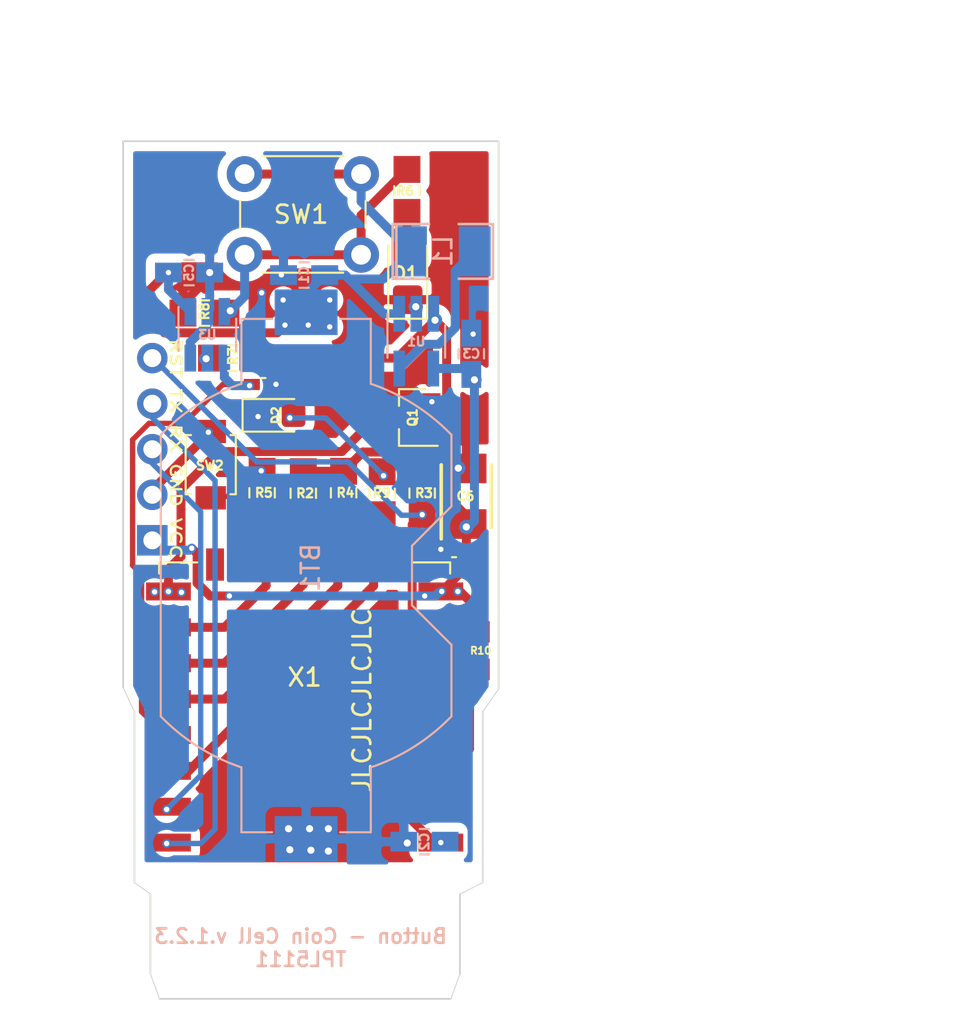
<source format=kicad_pcb>
(kicad_pcb (version 20171130) (host pcbnew "(5.1.9)-1")

  (general
    (thickness 1.6)
    (drawings 25)
    (tracks 183)
    (zones 0)
    (modules 27)
    (nets 20)
  )

  (page A4)
  (layers
    (0 F.Cu signal)
    (31 B.Cu signal)
    (32 B.Adhes user)
    (33 F.Adhes user)
    (34 B.Paste user)
    (35 F.Paste user)
    (36 B.SilkS user)
    (37 F.SilkS user)
    (38 B.Mask user)
    (39 F.Mask user)
    (40 Dwgs.User user)
    (41 Cmts.User user)
    (42 Eco1.User user)
    (43 Eco2.User user)
    (44 Edge.Cuts user)
    (45 Margin user)
    (46 B.CrtYd user hide)
    (47 F.CrtYd user hide)
    (48 B.Fab user hide)
    (49 F.Fab user)
  )

  (setup
    (last_trace_width 0.25)
    (user_trace_width 0.3)
    (user_trace_width 0.5)
    (trace_clearance 0.1)
    (zone_clearance 0.508)
    (zone_45_only no)
    (trace_min 0)
    (via_size 0.8)
    (via_drill 0.4)
    (via_min_size 0.4)
    (via_min_drill 0.3)
    (user_via 0.5 0.3)
    (uvia_size 0.3)
    (uvia_drill 0.1)
    (uvias_allowed no)
    (uvia_min_size 0.2)
    (uvia_min_drill 0.1)
    (edge_width 0.05)
    (segment_width 0.2)
    (pcb_text_width 0.3)
    (pcb_text_size 1.5 1.5)
    (mod_edge_width 0.12)
    (mod_text_size 1 1)
    (mod_text_width 0.15)
    (pad_size 1.524 1.524)
    (pad_drill 0.762)
    (pad_to_mask_clearance 0)
    (aux_axis_origin 0 0)
    (visible_elements 7FFFFFFF)
    (pcbplotparams
      (layerselection 0x010fc_ffffffff)
      (usegerberextensions false)
      (usegerberattributes false)
      (usegerberadvancedattributes true)
      (creategerberjobfile false)
      (excludeedgelayer true)
      (linewidth 0.150000)
      (plotframeref false)
      (viasonmask false)
      (mode 1)
      (useauxorigin true)
      (hpglpennumber 1)
      (hpglpenspeed 20)
      (hpglpendiameter 15.000000)
      (psnegative false)
      (psa4output false)
      (plotreference true)
      (plotvalue true)
      (plotinvisibletext false)
      (padsonsilk false)
      (subtractmaskfromsilk false)
      (outputformat 1)
      (mirror false)
      (drillshape 0)
      (scaleselection 1)
      (outputdirectory "Gerber/"))
  )

  (net 0 "")
  (net 1 /VCC)
  (net 2 /GND)
  (net 3 /RST)
  (net 4 /RX)
  (net 5 /TX)
  (net 6 /EN)
  (net 7 /GPIO2)
  (net 8 /GPIO0)
  (net 9 "Net-(BT1-Pad1)")
  (net 10 "Net-(L1-Pad2)")
  (net 11 /GPIO15)
  (net 12 /GPIO4)
  (net 13 "Net-(D2-Pad2)")
  (net 14 /GPIO5)
  (net 15 "Net-(D1-Pad2)")
  (net 16 "Net-(R6-Pad2)")
  (net 17 "Net-(R7-Pad1)")
  (net 18 "Net-(Q1-Pad1)")
  (net 19 /GND_ESP)

  (net_class Default "This is the default net class."
    (clearance 0.1)
    (trace_width 0.25)
    (via_dia 0.8)
    (via_drill 0.4)
    (uvia_dia 0.3)
    (uvia_drill 0.1)
    (add_net /EN)
    (add_net /GND)
    (add_net /GND_ESP)
    (add_net /GPIO0)
    (add_net /GPIO15)
    (add_net /GPIO2)
    (add_net /GPIO4)
    (add_net /GPIO5)
    (add_net /RST)
    (add_net /RX)
    (add_net /TX)
    (add_net /VCC)
    (add_net "Net-(BT1-Pad1)")
    (add_net "Net-(D1-Pad2)")
    (add_net "Net-(D2-Pad2)")
    (add_net "Net-(L1-Pad2)")
    (add_net "Net-(Q1-Pad1)")
    (add_net "Net-(R6-Pad2)")
    (add_net "Net-(R7-Pad1)")
  )

  (module handsolder:ESP-12Elesssilk (layer F.Cu) (tedit 60343770) (tstamp 603C6ACE)
    (at 125.7 90.15 180)
    (descr "Wi-Fi Module, http://wiki.ai-thinker.com/_media/esp8266/docs/aithinker_esp_12f_datasheet_en.pdf")
    (tags "Wi-Fi Module")
    (path /603C3C29)
    (attr smd)
    (fp_text reference X1 (at 0 5.715 180) (layer F.SilkS)
      (effects (font (size 1 1) (thickness 0.15)))
    )
    (fp_text value ESP-12E (at -0.06 -12.78 180) (layer F.Fab)
      (effects (font (size 1 1) (thickness 0.15)))
    )
    (fp_line (start -8 -12) (end 8 -12) (layer F.Fab) (width 0.12))
    (fp_line (start 8 -12) (end 8 12) (layer F.Fab) (width 0.12))
    (fp_line (start 8 12) (end -8 12) (layer F.Fab) (width 0.12))
    (fp_line (start -8 12) (end -8 -3) (layer F.Fab) (width 0.12))
    (fp_line (start -8 -3) (end -7.5 -3.5) (layer F.Fab) (width 0.12))
    (fp_line (start -7.5 -3.5) (end -8 -4) (layer F.Fab) (width 0.12))
    (fp_line (start -8 -4) (end -8 -12) (layer F.Fab) (width 0.12))
    (fp_line (start -9.05 -12.2) (end 9.05 -12.2) (layer F.CrtYd) (width 0.05))
    (fp_line (start 9.05 -12.2) (end 9.05 13.1) (layer F.CrtYd) (width 0.05))
    (fp_line (start 9.05 13.1) (end -9.05 13.1) (layer F.CrtYd) (width 0.05))
    (fp_line (start -9.05 13.1) (end -9.05 -12.2) (layer F.CrtYd) (width 0.05))
    (fp_line (start 8.12 11.5) (end 8.12 12.12) (layer F.SilkS) (width 0.12))
    (fp_line (start 8.12 12.12) (end 6 12.12) (layer F.SilkS) (width 0.12))
    (fp_line (start -6 12.12) (end -8.12 12.12) (layer F.SilkS) (width 0.12))
    (fp_line (start -8.12 12.12) (end -8.12 11.5) (layer F.SilkS) (width 0.12))
    (fp_line (start -8.12 -12.12) (end 8.12 -12.12) (layer Dwgs.User) (width 0.12))
    (fp_line (start 8.12 -12.12) (end 8.12 -4.8) (layer Dwgs.User) (width 0.12))
    (fp_line (start 8.12 -4.8) (end -8.12 -4.8) (layer Dwgs.User) (width 0.12))
    (fp_line (start -8.12 -4.8) (end -8.12 -12.12) (layer Dwgs.User) (width 0.12))
    (fp_line (start -8.12 -9.12) (end -5.12 -12.12) (layer Dwgs.User) (width 0.12))
    (fp_line (start -8.12 -6.12) (end -2.12 -12.12) (layer Dwgs.User) (width 0.12))
    (fp_line (start -6.44 -4.8) (end 0.88 -12.12) (layer Dwgs.User) (width 0.12))
    (fp_line (start -3.44 -4.8) (end 3.88 -12.12) (layer Dwgs.User) (width 0.12))
    (fp_line (start -0.44 -4.8) (end 6.88 -12.12) (layer Dwgs.User) (width 0.12))
    (fp_line (start 2.56 -4.8) (end 8.12 -10.36) (layer Dwgs.User) (width 0.12))
    (fp_line (start 5.56 -4.8) (end 8.12 -7.36) (layer Dwgs.User) (width 0.12))
    (fp_text user %R (at 0.49 -0.8 180) (layer F.Fab)
      (effects (font (size 1 1) (thickness 0.15)))
    )
    (fp_text user "KEEP-OUT ZONE" (at 0.03 -9.55) (layer Cmts.User)
      (effects (font (size 1 1) (thickness 0.15)))
    )
    (fp_text user Antenna (at -0.06 -7) (layer Cmts.User)
      (effects (font (size 1 1) (thickness 0.15)))
    )
    (pad 22 smd rect (at 7.6 -3.5 180) (size 2.5 1) (layers F.Cu F.Paste F.Mask)
      (net 5 /TX))
    (pad 21 smd rect (at 7.6 -1.5 180) (size 2.5 1) (layers F.Cu F.Paste F.Mask)
      (net 4 /RX))
    (pad 20 smd rect (at 7.6 0.5 180) (size 2.5 1) (layers F.Cu F.Paste F.Mask)
      (net 14 /GPIO5))
    (pad 19 smd rect (at 7.6 2.5 180) (size 2.5 1) (layers F.Cu F.Paste F.Mask)
      (net 12 /GPIO4))
    (pad 18 smd rect (at 7.6 4.5 180) (size 2.5 1) (layers F.Cu F.Paste F.Mask)
      (net 8 /GPIO0))
    (pad 17 smd rect (at 7.6 6.5 180) (size 2.5 1) (layers F.Cu F.Paste F.Mask)
      (net 7 /GPIO2))
    (pad 16 smd rect (at 7.6 8.5 180) (size 2.5 1) (layers F.Cu F.Paste F.Mask)
      (net 11 /GPIO15))
    (pad 15 smd rect (at 7.6 10.5 180) (size 2.5 1) (layers F.Cu F.Paste F.Mask)
      (net 19 /GND_ESP))
    (pad 14 smd rect (at 5 12 180) (size 1 1.8) (layers F.Cu F.Paste F.Mask))
    (pad 13 smd rect (at 3 12 180) (size 1 1.8) (layers F.Cu F.Paste F.Mask))
    (pad 12 smd rect (at 1 12 180) (size 1 1.8) (layers F.Cu F.Paste F.Mask))
    (pad 11 smd rect (at -1 12 180) (size 1 1.8) (layers F.Cu F.Paste F.Mask))
    (pad 10 smd rect (at -3 12 180) (size 1 1.8) (layers F.Cu F.Paste F.Mask))
    (pad 9 smd rect (at -5 12 180) (size 1 1.8) (layers F.Cu F.Paste F.Mask))
    (pad 8 smd rect (at -7.6 10.5 180) (size 2.5 1) (layers F.Cu F.Paste F.Mask)
      (net 1 /VCC))
    (pad 7 smd rect (at -7.6 8.5 180) (size 2.5 1) (layers F.Cu F.Paste F.Mask))
    (pad 6 smd rect (at -7.6 6.5 180) (size 2.5 1) (layers F.Cu F.Paste F.Mask))
    (pad 5 smd rect (at -7.6 4.5 180) (size 2.5 1) (layers F.Cu F.Paste F.Mask))
    (pad 4 smd rect (at -7.6 2.5 180) (size 2.5 1) (layers F.Cu F.Paste F.Mask))
    (pad 3 smd rect (at -7.6 0.5 180) (size 2.5 1) (layers F.Cu F.Paste F.Mask)
      (net 6 /EN))
    (pad 2 smd rect (at -7.6 -1.5 180) (size 2.5 1) (layers F.Cu F.Paste F.Mask))
    (pad 1 smd rect (at -7.6 -3.5 180) (size 2.5 1) (layers F.Cu F.Paste F.Mask)
      (net 3 /RST))
    (model ${KISYS3DMOD}/RF_Module.3dshapes/ESP-12E.wrl
      (at (xyz 0 0 0))
      (scale (xyz 1 1 1))
      (rotate (xyz 0 0 0))
    )
  )

  (module handsolder:SOT-23 (layer F.Cu) (tedit 6035930F) (tstamp 603575E6)
    (at 131.725 69.95 180)
    (descr "SOT-23, Standard")
    (tags SOT-23)
    (path /6035DDF2)
    (attr smd)
    (fp_text reference Q1 (at 0 0 90) (layer F.SilkS)
      (effects (font (size 0.5 0.5) (thickness 0.125)))
    )
    (fp_text value mmbt2222 (at 0 2.5) (layer F.Fab)
      (effects (font (size 1 1) (thickness 0.15)))
    )
    (fp_line (start -0.7 -0.95) (end -0.7 1.5) (layer F.Fab) (width 0.1))
    (fp_line (start -0.15 -1.52) (end 0.7 -1.52) (layer F.Fab) (width 0.1))
    (fp_line (start -0.7 -0.95) (end -0.15 -1.52) (layer F.Fab) (width 0.1))
    (fp_line (start 0.7 -1.52) (end 0.7 1.52) (layer F.Fab) (width 0.1))
    (fp_line (start -0.7 1.52) (end 0.7 1.52) (layer F.Fab) (width 0.1))
    (fp_line (start 0.76 1.58) (end 0.76 0.65) (layer F.SilkS) (width 0.12))
    (fp_line (start 0.76 -1.58) (end 0.76 -0.65) (layer F.SilkS) (width 0.12))
    (fp_line (start -1.7 -1.75) (end 1.7 -1.75) (layer F.CrtYd) (width 0.05))
    (fp_line (start 1.7 -1.75) (end 1.7 1.75) (layer F.CrtYd) (width 0.05))
    (fp_line (start 1.7 1.75) (end -1.7 1.75) (layer F.CrtYd) (width 0.05))
    (fp_line (start -1.7 1.75) (end -1.7 -1.75) (layer F.CrtYd) (width 0.05))
    (fp_line (start 0.76 -1.58) (end -1.4 -1.58) (layer F.SilkS) (width 0.12))
    (fp_line (start 0.76 1.58) (end -0.7 1.58) (layer F.SilkS) (width 0.12))
    (fp_text user %R (at 0 0 90) (layer F.Fab)
      (effects (font (size 0.5 0.5) (thickness 0.075)))
    )
    (pad 3 smd rect (at 1.05 0 180) (size 1 0.8) (layers F.Cu F.Paste F.Mask)
      (net 19 /GND_ESP))
    (pad 2 smd rect (at -1.05 0.95 180) (size 1 0.8) (layers F.Cu F.Paste F.Mask)
      (net 2 /GND))
    (pad 1 smd rect (at -1.05 -0.95 180) (size 1 0.8) (layers F.Cu F.Paste F.Mask)
      (net 18 "Net-(Q1-Pad1)"))
    (model ${KISYS3DMOD}/Package_TO_SOT_SMD.3dshapes/SOT-23.wrl
      (at (xyz 0 0 0))
      (scale (xyz 1 1 1))
      (rotate (xyz 0 0 0))
    )
  )

  (module handsolder:LED_0805_2012Metric_Castellated_mod (layer F.Cu) (tedit 60359125) (tstamp 6032680B)
    (at 124.12 69.83)
    (descr "LED SMD 0805 (2012 Metric), castellated end terminal, IPC_7351 nominal, (Body size source: https://docs.google.com/spreadsheets/d/1BsfQQcO9C6DZCsRaXUlFlo91Tg2WpOkGARC1WS5S8t0/edit?usp=sharing), generated with kicad-footprint-generator")
    (tags "LED castellated")
    (path /6032747F)
    (attr smd)
    (fp_text reference D2 (at 0 0 90) (layer F.SilkS)
      (effects (font (size 0.5 0.5) (thickness 0.125)))
    )
    (fp_text value LED (at 0 1.6 180) (layer F.Fab)
      (effects (font (size 1 1) (thickness 0.15)))
    )
    (fp_line (start 1 -0.6) (end -0.7 -0.6) (layer F.Fab) (width 0.1))
    (fp_line (start -0.7 -0.6) (end -1 -0.3) (layer F.Fab) (width 0.1))
    (fp_line (start -1 -0.3) (end -1 0.6) (layer F.Fab) (width 0.1))
    (fp_line (start -1 0.6) (end 1 0.6) (layer F.Fab) (width 0.1))
    (fp_line (start 1 0.6) (end 1 -0.6) (layer F.Fab) (width 0.1))
    (fp_line (start 1 -0.91) (end -1.885 -0.91) (layer F.SilkS) (width 0.12))
    (fp_line (start -1.885 -0.91) (end -1.885 0.91) (layer F.SilkS) (width 0.12))
    (fp_line (start -1.885 0.91) (end 1 0.91) (layer F.SilkS) (width 0.12))
    (fp_line (start -1.88 0.9) (end -1.88 -0.9) (layer F.CrtYd) (width 0.05))
    (fp_line (start -1.88 -0.9) (end 1.88 -0.9) (layer F.CrtYd) (width 0.05))
    (fp_line (start 1.88 -0.9) (end 1.88 0.9) (layer F.CrtYd) (width 0.05))
    (fp_line (start 1.88 0.9) (end -1.88 0.9) (layer F.CrtYd) (width 0.05))
    (fp_text user %R (at 0 0 270) (layer F.Fab)
      (effects (font (size 0.5 0.5) (thickness 0.08)))
    )
    (pad 2 smd roundrect (at 0.9625 0) (size 1.325 1.3) (layers F.Cu F.Paste F.Mask) (roundrect_rratio 0.1923069230769231)
      (net 13 "Net-(D2-Pad2)"))
    (pad 1 smd roundrect (at -0.9625 0) (size 1.325 1.3) (layers F.Cu F.Paste F.Mask) (roundrect_rratio 0.1923069230769231)
      (net 2 /GND))
    (model ${KISYS3DMOD}/LED_SMD.3dshapes/LED_0805_2012Metric_Castellated.wrl
      (at (xyz 0 0 0))
      (scale (xyz 1 1 1))
      (rotate (xyz 0 0 0))
    )
  )

  (module handsolder:LED_1206_3216Metric_Castellated (layer F.Cu) (tedit 603A8330) (tstamp 603267F8)
    (at 131.45 61.96 90)
    (descr "LED SMD 1206 (3216 Metric), castellated end terminal, IPC_7351 nominal, (Body size source: http://www.tortai-tech.com/upload/download/2011102023233369053.pdf), generated with kicad-footprint-generator")
    (tags "LED castellated")
    (path /602D28D1)
    (attr smd)
    (fp_text reference D1 (at 0.05 -0.1) (layer F.SilkS)
      (effects (font (size 0.7 0.7) (thickness 0.15)))
    )
    (fp_text value LED (at 0 1.78 90) (layer F.Fab)
      (effects (font (size 1 1) (thickness 0.15)))
    )
    (fp_line (start 1.6 -0.8) (end -1.2 -0.8) (layer F.Fab) (width 0.1))
    (fp_line (start -1.2 -0.8) (end -1.6 -0.4) (layer F.Fab) (width 0.1))
    (fp_line (start -1.6 -0.4) (end -1.6 0.8) (layer F.Fab) (width 0.1))
    (fp_line (start -1.6 0.8) (end 1.6 0.8) (layer F.Fab) (width 0.1))
    (fp_line (start 1.6 0.8) (end 1.6 -0.8) (layer F.Fab) (width 0.1))
    (fp_line (start 1.6 -1.085) (end -2.485 -1.085) (layer F.SilkS) (width 0.12))
    (fp_line (start -2.485 -1.085) (end -2.485 1.085) (layer F.SilkS) (width 0.12))
    (fp_line (start -2.485 1.085) (end 1.6 1.085) (layer F.SilkS) (width 0.12))
    (fp_line (start -2.48 1.08) (end -2.48 -1.08) (layer F.CrtYd) (width 0.05))
    (fp_line (start -2.48 -1.08) (end 2.48 -1.08) (layer F.CrtYd) (width 0.05))
    (fp_line (start 2.48 -1.08) (end 2.48 1.08) (layer F.CrtYd) (width 0.05))
    (fp_line (start 2.48 1.08) (end -2.48 1.08) (layer F.CrtYd) (width 0.05))
    (fp_text user %R (at 0 0 90) (layer F.Fab)
      (effects (font (size 0.8 0.8) (thickness 0.12)))
    )
    (pad 2 smd roundrect (at 1.425 0 90) (size 1.6 1.65) (layers F.Cu F.Paste F.Mask) (roundrect_rratio 0.15625)
      (net 15 "Net-(D1-Pad2)"))
    (pad 1 smd roundrect (at -1.425 0 90) (size 1.6 1.65) (layers F.Cu F.Paste F.Mask) (roundrect_rratio 0.15625)
      (net 2 /GND))
    (model ${KISYS3DMOD}/LED_SMD.3dshapes/LED_1206_3216Metric_Castellated.wrl
      (at (xyz 0 0 0))
      (scale (xyz 1 1 1))
      (rotate (xyz 0 0 0))
    )
  )

  (module SamacSys_Parts:CAPPM3528X210N (layer F.Cu) (tedit 60364A5B) (tstamp 603688CA)
    (at 134.7216 74.34072 90)
    (descr T495B-10)
    (tags "Capacitor Polarised")
    (path /60363CFF)
    (attr smd)
    (fp_text reference C6 (at 0 -0.05 180) (layer F.SilkS)
      (effects (font (size 0.5 0.5) (thickness 0.125)))
    )
    (fp_text value TAJB476M010TNJ (at 0 0 270) (layer F.SilkS) hide
      (effects (font (size 1.27 1.27) (thickness 0.254)))
    )
    (fp_line (start -2.625 -1.75) (end 2.625 -1.75) (layer F.CrtYd) (width 0.05))
    (fp_line (start 2.625 -1.75) (end 2.625 1.75) (layer F.CrtYd) (width 0.05))
    (fp_line (start 2.625 1.75) (end -2.625 1.75) (layer F.CrtYd) (width 0.05))
    (fp_line (start -2.625 1.75) (end -2.625 -1.75) (layer F.CrtYd) (width 0.05))
    (fp_line (start -1.75 -1.4) (end 1.75 -1.4) (layer F.Fab) (width 0.1))
    (fp_line (start 1.75 -1.4) (end 1.75 1.4) (layer F.Fab) (width 0.1))
    (fp_line (start 1.75 1.4) (end -1.75 1.4) (layer F.Fab) (width 0.1))
    (fp_line (start -1.75 1.4) (end -1.75 -1.4) (layer F.Fab) (width 0.1))
    (fp_line (start -1.75 -0.575) (end -0.925 -1.4) (layer F.Fab) (width 0.1))
    (fp_line (start 1.75 -1.4) (end -2.375 -1.4) (layer F.SilkS) (width 0.2))
    (fp_line (start -1.75 1.4) (end 1.75 1.4) (layer F.SilkS) (width 0.2))
    (fp_text user %R (at 0 0 270) (layer F.Fab)
      (effects (font (size 1.27 1.27) (thickness 0.254)))
    )
    (pad 2 smd rect (at 1.55 0 90) (size 1.65 2.25) (layers F.Cu F.Paste F.Mask)
      (net 2 /GND))
    (pad 1 smd rect (at -1.55 0 90) (size 1.65 2.25) (layers F.Cu F.Paste F.Mask)
      (net 1 /VCC))
    (model "C:\\Program Files\\KiCad\\SamacSys_Parts.3dshapes\\T495B476K006ATE450.stp"
      (at (xyz 0 0 0))
      (scale (xyz 1 1 1))
      (rotate (xyz 0 0 0))
    )
  )

  (module handsolder:C_0402_1005Metric_Pad0.74x0.62mm_HandSoldermod (layer F.Cu) (tedit 6036714F) (tstamp 6036CEBD)
    (at 134.0358 77.37856 180)
    (descr "Capacitor SMD 0402 (1005 Metric), square (rectangular) end terminal, IPC_7351 nominal with elongated pad for handsoldering. (Body size source: IPC-SM-782 page 76, https://www.pcb-3d.com/wordpress/wp-content/uploads/ipc-sm-782a_amendment_1_and_2.pdf), generated with kicad-footprint-generator")
    (tags "capacitor handsolder")
    (path /60367F97)
    (attr smd)
    (fp_text reference C7 (at 0 0) (layer F.SilkS) hide
      (effects (font (size 0.5 0.5) (thickness 0.125)))
    )
    (fp_text value 100nF (at 0 1.16) (layer F.Fab)
      (effects (font (size 1 1) (thickness 0.15)))
    )
    (fp_line (start 1.08 0.46) (end -1.08 0.46) (layer F.CrtYd) (width 0.05))
    (fp_line (start 1.08 -0.46) (end 1.08 0.46) (layer F.CrtYd) (width 0.05))
    (fp_line (start -1.08 -0.46) (end 1.08 -0.46) (layer F.CrtYd) (width 0.05))
    (fp_line (start -1.08 0.46) (end -1.08 -0.46) (layer F.CrtYd) (width 0.05))
    (fp_line (start -0.115835 -0.36) (end 0.115835 -0.36) (layer F.SilkS) (width 0.12))
    (fp_line (start 0.5 0.25) (end -0.5 0.25) (layer F.Fab) (width 0.1))
    (fp_line (start 0.5 -0.25) (end 0.5 0.25) (layer F.Fab) (width 0.1))
    (fp_line (start -0.5 -0.25) (end 0.5 -0.25) (layer F.Fab) (width 0.1))
    (fp_line (start -0.5 0.25) (end -0.5 -0.25) (layer F.Fab) (width 0.1))
    (fp_text user %R (at 0 0) (layer F.Fab)
      (effects (font (size 0.25 0.25) (thickness 0.04)))
    )
    (pad 2 smd rect (at 0.65 0 180) (size 0.9 0.62) (layers F.Cu F.Paste F.Mask)
      (net 2 /GND))
    (pad 1 smd rect (at -0.65 0 180) (size 0.9 0.62) (layers F.Cu F.Paste F.Mask)
      (net 1 /VCC))
    (model ${KISYS3DMOD}/Capacitor_SMD.3dshapes/C_0402_1005Metric.wrl
      (at (xyz 0 0 0))
      (scale (xyz 1 1 1))
      (rotate (xyz 0 0 0))
    )
  )

  (module handsolder:SOT-23-5_HandSolderingmod (layer B.Cu) (tedit 6035922E) (tstamp 60329F06)
    (at 131.93 65.72 270)
    (descr "5-pin SOT23 package")
    (tags "SOT-23-5 hand-soldering")
    (path /6033543B)
    (attr smd)
    (fp_text reference U1 (at 0 0 180) (layer B.SilkS)
      (effects (font (size 0.5 0.5) (thickness 0.125)) (justify mirror))
    )
    (fp_text value TPS61097A (at 10.287 -1.143 90) (layer B.SilkS) hide
      (effects (font (size 1 1) (thickness 0.15)) (justify mirror))
    )
    (fp_line (start 2.38 -1.8) (end -2.38 -1.8) (layer B.CrtYd) (width 0.05))
    (fp_line (start 2.38 -1.8) (end 2.38 1.8) (layer B.CrtYd) (width 0.05))
    (fp_line (start -2.38 1.8) (end -2.38 -1.8) (layer B.CrtYd) (width 0.05))
    (fp_line (start -2.38 1.8) (end 2.38 1.8) (layer B.CrtYd) (width 0.05))
    (fp_line (start 0.9 1.55) (end 0.9 -1.55) (layer B.Fab) (width 0.1))
    (fp_line (start 0.9 -1.55) (end -0.9 -1.55) (layer B.Fab) (width 0.1))
    (fp_line (start -0.9 0.9) (end -0.9 -1.55) (layer B.Fab) (width 0.1))
    (fp_line (start 0.9 1.55) (end -0.25 1.55) (layer B.Fab) (width 0.1))
    (fp_line (start -0.9 0.9) (end -0.25 1.55) (layer B.Fab) (width 0.1))
    (fp_line (start 0.9 1.61) (end -1.55 1.61) (layer B.SilkS) (width 0.12))
    (fp_line (start -0.9 -1.61) (end 0.9 -1.61) (layer B.SilkS) (width 0.12))
    (fp_text user %R (at 0 0) (layer B.Fab)
      (effects (font (size 0.5 0.5) (thickness 0.075)) (justify mirror))
    )
    (pad 5 smd rect (at 1.5 0.95 270) (size 2 0.65) (layers B.Cu B.Paste B.Mask)
      (net 10 "Net-(L1-Pad2)"))
    (pad 4 smd rect (at 1.5 -0.95 270) (size 2 0.65) (layers B.Cu B.Paste B.Mask)
      (net 1 /VCC))
    (pad 3 smd rect (at -1.55 -0.95 270) (size 2 0.65) (layers B.Cu B.Paste B.Mask)
      (net 18 "Net-(Q1-Pad1)"))
    (pad 2 smd trapezoid (at -1.55 0 270) (size 2 0.65) (layers B.Cu B.Paste B.Mask)
      (net 2 /GND))
    (pad 1 smd rect (at -1.55 0.95 270) (size 2 0.65) (layers B.Cu B.Paste B.Mask)
      (net 9 "Net-(BT1-Pad1)"))
    (model ${KISYS3DMOD}/Package_TO_SOT_SMD.3dshapes/SOT-23-5.wrl
      (at (xyz 0 0 0))
      (scale (xyz 1 1 1))
      (rotate (xyz 0 0 0))
    )
  )

  (module handsolder:SOT-23-6handsoldering (layer B.Cu) (tedit 603591F5) (tstamp 6032696B)
    (at 120.27 65.34 270)
    (descr "6-pin SOT-23 package")
    (tags SOT-23-6)
    (path /6031B6A7)
    (attr smd)
    (fp_text reference U3 (at 0 0 180) (layer B.SilkS)
      (effects (font (size 0.5 0.5) (thickness 0.125)) (justify mirror))
    )
    (fp_text value TPL5111 (at 0 -2.9 270) (layer B.Fab)
      (effects (font (size 1 1) (thickness 0.15)) (justify mirror))
    )
    (fp_line (start 0.9 1.55) (end 0.9 -1.55) (layer B.Fab) (width 0.1))
    (fp_line (start 0.9 -1.55) (end -0.9 -1.55) (layer B.Fab) (width 0.1))
    (fp_line (start -0.9 0.9) (end -0.9 -1.55) (layer B.Fab) (width 0.1))
    (fp_line (start 0.9 1.55) (end -0.25 1.55) (layer B.Fab) (width 0.1))
    (fp_line (start -0.9 0.9) (end -0.25 1.55) (layer B.Fab) (width 0.1))
    (fp_line (start -1.9 1.8) (end -1.9 -1.8) (layer B.CrtYd) (width 0.05))
    (fp_line (start -1.9 -1.8) (end 1.9 -1.8) (layer B.CrtYd) (width 0.05))
    (fp_line (start 1.9 -1.8) (end 1.9 1.8) (layer B.CrtYd) (width 0.05))
    (fp_line (start 1.9 1.8) (end -1.9 1.8) (layer B.CrtYd) (width 0.05))
    (fp_line (start 0.9 1.61) (end -1.55 1.61) (layer B.SilkS) (width 0.12))
    (fp_line (start -0.9 -1.61) (end 0.9 -1.61) (layer B.SilkS) (width 0.12))
    (fp_text user %R (at 0 0) (layer B.Fab)
      (effects (font (size 0.5 0.5) (thickness 0.075)) (justify mirror))
    )
    (pad 5 smd rect (at 1.3 0 270) (size 1.5 0.65) (layers B.Cu B.Paste B.Mask)
      (net 17 "Net-(R7-Pad1)"))
    (pad 6 smd rect (at 1.3 0.95 270) (size 1.5 0.65) (layers B.Cu B.Paste B.Mask)
      (net 2 /GND))
    (pad 4 smd rect (at 1.3 -0.95 270) (size 1.5 0.65) (layers B.Cu B.Paste B.Mask)
      (net 12 /GPIO4))
    (pad 3 smd rect (at -1.3 -0.95 270) (size 1.5 0.65) (layers B.Cu B.Paste B.Mask)
      (net 16 "Net-(R6-Pad2)"))
    (pad 2 smd rect (at -1.3 0 270) (size 1.5 0.65) (layers B.Cu B.Paste B.Mask)
      (net 2 /GND))
    (pad 1 smd rect (at -1.3 0.95 270) (size 1.5 0.65) (layers B.Cu B.Paste B.Mask)
      (net 9 "Net-(BT1-Pad1)"))
    (model ${KISYS3DMOD}/Package_TO_SOT_SMD.3dshapes/SOT-23-6.wrl
      (at (xyz 0 0 0))
      (scale (xyz 1 1 1))
      (rotate (xyz 0 0 0))
    )
  )

  (module handsolder:C_0805_2012handsodermod (layer B.Cu) (tedit 603591CC) (tstamp 603267E5)
    (at 135 66.4 90)
    (descr "Capacitor SMD 0805 (2012 Metric), square (rectangular) end terminal, IPC_7351 nominal with elongated pad for handsoldering. (Body size source: https://docs.google.com/spreadsheets/d/1BsfQQcO9C6DZCsRaXUlFlo91Tg2WpOkGARC1WS5S8t0/edit?usp=sharing), generated with kicad-footprint-generator")
    (tags "capacitor handsolder")
    (path /602E3D4A)
    (attr smd)
    (fp_text reference C3 (at 0 0 180) (layer B.SilkS)
      (effects (font (size 0.5 0.5) (thickness 0.125)) (justify mirror))
    )
    (fp_text value 10uF (at 0 -1.65 90) (layer B.Fab) hide
      (effects (font (size 1 1) (thickness 0.15)) (justify mirror))
    )
    (fp_line (start -1 -0.6) (end -1 0.6) (layer B.Fab) (width 0.1))
    (fp_line (start -1 0.6) (end 1 0.6) (layer B.Fab) (width 0.1))
    (fp_line (start 1 0.6) (end 1 -0.6) (layer B.Fab) (width 0.1))
    (fp_line (start 1 -0.6) (end -1 -0.6) (layer B.Fab) (width 0.1))
    (fp_line (start -0.261252 0.71) (end 0.261252 0.71) (layer B.SilkS) (width 0.12))
    (fp_line (start -0.261252 -0.71) (end 0.261252 -0.71) (layer B.SilkS) (width 0.12))
    (fp_line (start -2 -0.95) (end -2 0.95) (layer B.CrtYd) (width 0.05))
    (fp_line (start -2 0.95) (end 2.05 0.95) (layer B.CrtYd) (width 0.05))
    (fp_line (start 2.05 0.95) (end 2.05 -0.95) (layer B.CrtYd) (width 0.05))
    (fp_line (start 2.05 -0.95) (end -2 -0.95) (layer B.CrtYd) (width 0.05))
    (fp_text user %R (at 0 0 90) (layer B.Fab)
      (effects (font (size 0.5 0.5) (thickness 0.08)) (justify mirror))
    )
    (pad 2 smd rect (at 1.15 0 90) (size 1.5 1.1) (layers B.Cu B.Paste B.Mask)
      (net 2 /GND))
    (pad 1 smd rect (at -1.15 0 90) (size 1.5 1.1) (layers B.Cu B.Paste B.Mask)
      (net 1 /VCC))
    (model ${KISYS3DMOD}/Capacitor_SMD.3dshapes/C_0805_2012Metric.wrl
      (at (xyz 0 0 0))
      (scale (xyz 1 1 1))
      (rotate (xyz 0 0 0))
    )
  )

  (module handsolder:C_0805_2012handsodermod (layer B.Cu) (tedit 603591CC) (tstamp 6034EE59)
    (at 119.25 61.87 180)
    (descr "Capacitor SMD 0805 (2012 Metric), square (rectangular) end terminal, IPC_7351 nominal with elongated pad for handsoldering. (Body size source: https://docs.google.com/spreadsheets/d/1BsfQQcO9C6DZCsRaXUlFlo91Tg2WpOkGARC1WS5S8t0/edit?usp=sharing), generated with kicad-footprint-generator")
    (tags "capacitor handsolder")
    (path /6034F227)
    (attr smd)
    (fp_text reference C5 (at 0 0 270) (layer B.SilkS)
      (effects (font (size 0.5 0.5) (thickness 0.125)) (justify mirror))
    )
    (fp_text value 100nF (at 0 -1.65) (layer B.Fab) hide
      (effects (font (size 1 1) (thickness 0.15)) (justify mirror))
    )
    (fp_line (start -1 -0.6) (end -1 0.6) (layer B.Fab) (width 0.1))
    (fp_line (start -1 0.6) (end 1 0.6) (layer B.Fab) (width 0.1))
    (fp_line (start 1 0.6) (end 1 -0.6) (layer B.Fab) (width 0.1))
    (fp_line (start 1 -0.6) (end -1 -0.6) (layer B.Fab) (width 0.1))
    (fp_line (start -0.261252 0.71) (end 0.261252 0.71) (layer B.SilkS) (width 0.12))
    (fp_line (start -0.261252 -0.71) (end 0.261252 -0.71) (layer B.SilkS) (width 0.12))
    (fp_line (start -2 -0.95) (end -2 0.95) (layer B.CrtYd) (width 0.05))
    (fp_line (start -2 0.95) (end 2.05 0.95) (layer B.CrtYd) (width 0.05))
    (fp_line (start 2.05 0.95) (end 2.05 -0.95) (layer B.CrtYd) (width 0.05))
    (fp_line (start 2.05 -0.95) (end -2 -0.95) (layer B.CrtYd) (width 0.05))
    (fp_text user %R (at 0 0) (layer B.Fab)
      (effects (font (size 0.5 0.5) (thickness 0.08)) (justify mirror))
    )
    (pad 2 smd rect (at 1.15 0 180) (size 1.5 1.1) (layers B.Cu B.Paste B.Mask)
      (net 9 "Net-(BT1-Pad1)"))
    (pad 1 smd rect (at -1.15 0 180) (size 1.5 1.1) (layers B.Cu B.Paste B.Mask)
      (net 2 /GND))
    (model ${KISYS3DMOD}/Capacitor_SMD.3dshapes/C_0805_2012Metric.wrl
      (at (xyz 0 0 0))
      (scale (xyz 1 1 1))
      (rotate (xyz 0 0 0))
    )
  )

  (module handsolder:C_0805_2012handsodermod (layer B.Cu) (tedit 603591CC) (tstamp 603267C3)
    (at 125.67 62.01)
    (descr "Capacitor SMD 0805 (2012 Metric), square (rectangular) end terminal, IPC_7351 nominal with elongated pad for handsoldering. (Body size source: https://docs.google.com/spreadsheets/d/1BsfQQcO9C6DZCsRaXUlFlo91Tg2WpOkGARC1WS5S8t0/edit?usp=sharing), generated with kicad-footprint-generator")
    (tags "capacitor handsolder")
    (path /602D0C1F)
    (attr smd)
    (fp_text reference C1 (at 0 0 -90) (layer B.SilkS)
      (effects (font (size 0.5 0.5) (thickness 0.125)) (justify mirror))
    )
    (fp_text value 10uF (at 0 -1.65) (layer B.Fab) hide
      (effects (font (size 1 1) (thickness 0.15)) (justify mirror))
    )
    (fp_line (start -1 -0.6) (end -1 0.6) (layer B.Fab) (width 0.1))
    (fp_line (start -1 0.6) (end 1 0.6) (layer B.Fab) (width 0.1))
    (fp_line (start 1 0.6) (end 1 -0.6) (layer B.Fab) (width 0.1))
    (fp_line (start 1 -0.6) (end -1 -0.6) (layer B.Fab) (width 0.1))
    (fp_line (start -0.261252 0.71) (end 0.261252 0.71) (layer B.SilkS) (width 0.12))
    (fp_line (start -0.261252 -0.71) (end 0.261252 -0.71) (layer B.SilkS) (width 0.12))
    (fp_line (start -2 -0.95) (end -2 0.95) (layer B.CrtYd) (width 0.05))
    (fp_line (start -2 0.95) (end 2.05 0.95) (layer B.CrtYd) (width 0.05))
    (fp_line (start 2.05 0.95) (end 2.05 -0.95) (layer B.CrtYd) (width 0.05))
    (fp_line (start 2.05 -0.95) (end -2 -0.95) (layer B.CrtYd) (width 0.05))
    (fp_text user %R (at 0 0) (layer B.Fab)
      (effects (font (size 0.5 0.5) (thickness 0.08)) (justify mirror))
    )
    (pad 2 smd rect (at 1.15 0) (size 1.5 1.1) (layers B.Cu B.Paste B.Mask)
      (net 9 "Net-(BT1-Pad1)"))
    (pad 1 smd rect (at -1.15 0) (size 1.5 1.1) (layers B.Cu B.Paste B.Mask)
      (net 2 /GND))
    (model ${KISYS3DMOD}/Capacitor_SMD.3dshapes/C_0805_2012Metric.wrl
      (at (xyz 0 0 0))
      (scale (xyz 1 1 1))
      (rotate (xyz 0 0 0))
    )
  )

  (module handsolder:C_0805_2012handsodermod (layer B.Cu) (tedit 603591CC) (tstamp 603267D4)
    (at 132.3848 93.599)
    (descr "Capacitor SMD 0805 (2012 Metric), square (rectangular) end terminal, IPC_7351 nominal with elongated pad for handsoldering. (Body size source: https://docs.google.com/spreadsheets/d/1BsfQQcO9C6DZCsRaXUlFlo91Tg2WpOkGARC1WS5S8t0/edit?usp=sharing), generated with kicad-footprint-generator")
    (tags "capacitor handsolder")
    (path /602C896A)
    (attr smd)
    (fp_text reference C2 (at 0 0 -90) (layer B.SilkS)
      (effects (font (size 0.5 0.5) (thickness 0.125)) (justify mirror))
    )
    (fp_text value 100nF (at 0 -1.65) (layer B.Fab) hide
      (effects (font (size 1 1) (thickness 0.15)) (justify mirror))
    )
    (fp_line (start -1 -0.6) (end -1 0.6) (layer B.Fab) (width 0.1))
    (fp_line (start -1 0.6) (end 1 0.6) (layer B.Fab) (width 0.1))
    (fp_line (start 1 0.6) (end 1 -0.6) (layer B.Fab) (width 0.1))
    (fp_line (start 1 -0.6) (end -1 -0.6) (layer B.Fab) (width 0.1))
    (fp_line (start -0.261252 0.71) (end 0.261252 0.71) (layer B.SilkS) (width 0.12))
    (fp_line (start -0.261252 -0.71) (end 0.261252 -0.71) (layer B.SilkS) (width 0.12))
    (fp_line (start -2 -0.95) (end -2 0.95) (layer B.CrtYd) (width 0.05))
    (fp_line (start -2 0.95) (end 2.05 0.95) (layer B.CrtYd) (width 0.05))
    (fp_line (start 2.05 0.95) (end 2.05 -0.95) (layer B.CrtYd) (width 0.05))
    (fp_line (start 2.05 -0.95) (end -2 -0.95) (layer B.CrtYd) (width 0.05))
    (fp_text user %R (at 0 0) (layer B.Fab)
      (effects (font (size 0.5 0.5) (thickness 0.08)) (justify mirror))
    )
    (pad 2 smd rect (at 1.15 0) (size 1.5 1.1) (layers B.Cu B.Paste B.Mask)
      (net 3 /RST))
    (pad 1 smd rect (at -1.15 0) (size 1.5 1.1) (layers B.Cu B.Paste B.Mask)
      (net 2 /GND))
    (model ${KISYS3DMOD}/Capacitor_SMD.3dshapes/C_0805_2012Metric.wrl
      (at (xyz 0 0 0))
      (scale (xyz 1 1 1))
      (rotate (xyz 0 0 0))
    )
  )

  (module Resistor_SMD:R_0603_1608Metric_Pad0.98x0.95mm_HandSolder (layer F.Cu) (tedit 603590E8) (tstamp 60355EE0)
    (at 135.525 82.95 90)
    (descr "Resistor SMD 0603 (1608 Metric), square (rectangular) end terminal, IPC_7351 nominal with elongated pad for handsoldering. (Body size source: IPC-SM-782 page 72, https://www.pcb-3d.com/wordpress/wp-content/uploads/ipc-sm-782a_amendment_1_and_2.pdf), generated with kicad-footprint-generator")
    (tags "resistor handsolder")
    (path /6035D6F9)
    (attr smd)
    (fp_text reference R10 (at 0 0 180) (layer F.SilkS)
      (effects (font (size 0.4 0.4) (thickness 0.1)))
    )
    (fp_text value 10k (at 0 1.43 90) (layer F.Fab)
      (effects (font (size 1 1) (thickness 0.15)))
    )
    (fp_line (start 1.65 0.73) (end -1.65 0.73) (layer F.CrtYd) (width 0.05))
    (fp_line (start 1.65 -0.73) (end 1.65 0.73) (layer F.CrtYd) (width 0.05))
    (fp_line (start -1.65 -0.73) (end 1.65 -0.73) (layer F.CrtYd) (width 0.05))
    (fp_line (start -1.65 0.73) (end -1.65 -0.73) (layer F.CrtYd) (width 0.05))
    (fp_line (start 0.8 0.4125) (end -0.8 0.4125) (layer F.Fab) (width 0.1))
    (fp_line (start 0.8 -0.4125) (end 0.8 0.4125) (layer F.Fab) (width 0.1))
    (fp_line (start -0.8 -0.4125) (end 0.8 -0.4125) (layer F.Fab) (width 0.1))
    (fp_line (start -0.8 0.4125) (end -0.8 -0.4125) (layer F.Fab) (width 0.1))
    (fp_text user %R (at 0 0 90) (layer F.Fab)
      (effects (font (size 0.4 0.4) (thickness 0.06)))
    )
    (pad 2 smd rect (at 1.05 0 90) (size 1.2 1) (layers F.Cu F.Paste F.Mask)
      (net 1 /VCC))
    (pad 1 smd rect (at -1.05 0 90) (size 1.2 1) (layers F.Cu F.Paste F.Mask)
      (net 6 /EN))
    (model ${KISYS3DMOD}/Resistor_SMD.3dshapes/R_0603_1608Metric.wrl
      (at (xyz 0 0 0))
      (scale (xyz 1 1 1))
      (rotate (xyz 0 0 0))
    )
  )

  (module handsolder:C_0402_1005Metric_Pad0.74x0.62mm_HandSoldermod (layer F.Cu) (tedit 6035905E) (tstamp 60343322)
    (at 123.4 68.11)
    (descr "Capacitor SMD 0402 (1005 Metric), square (rectangular) end terminal, IPC_7351 nominal with elongated pad for handsoldering. (Body size source: IPC-SM-782 page 76, https://www.pcb-3d.com/wordpress/wp-content/uploads/ipc-sm-782a_amendment_1_and_2.pdf), generated with kicad-footprint-generator")
    (tags "capacitor handsolder")
    (path /603444C4)
    (attr smd)
    (fp_text reference C4 (at 0 0.65) (layer F.SilkS) hide
      (effects (font (size 0.5 0.5) (thickness 0.125)))
    )
    (fp_text value "10nf -100nf" (at 0 1.16) (layer F.Fab)
      (effects (font (size 1 1) (thickness 0.15)))
    )
    (fp_line (start -0.5 0.25) (end -0.5 -0.25) (layer F.Fab) (width 0.1))
    (fp_line (start -0.5 -0.25) (end 0.5 -0.25) (layer F.Fab) (width 0.1))
    (fp_line (start 0.5 -0.25) (end 0.5 0.25) (layer F.Fab) (width 0.1))
    (fp_line (start 0.5 0.25) (end -0.5 0.25) (layer F.Fab) (width 0.1))
    (fp_line (start -0.115835 -0.36) (end 0.115835 -0.36) (layer F.SilkS) (width 0.12))
    (fp_line (start -1.08 0.46) (end -1.08 -0.46) (layer F.CrtYd) (width 0.05))
    (fp_line (start -1.08 -0.46) (end 1.08 -0.46) (layer F.CrtYd) (width 0.05))
    (fp_line (start 1.08 -0.46) (end 1.08 0.46) (layer F.CrtYd) (width 0.05))
    (fp_line (start 1.08 0.46) (end -1.08 0.46) (layer F.CrtYd) (width 0.05))
    (fp_text user %R (at 0 0) (layer F.Fab)
      (effects (font (size 0.25 0.25) (thickness 0.04)))
    )
    (pad 2 smd rect (at 0.65 0) (size 0.9 0.62) (layers F.Cu F.Paste F.Mask)
      (net 2 /GND))
    (pad 1 smd rect (at -0.65 0) (size 0.9 0.62) (layers F.Cu F.Paste F.Mask)
      (net 12 /GPIO4))
    (model ${KISYS3DMOD}/Capacitor_SMD.3dshapes/C_0402_1005Metric.wrl
      (at (xyz 0 0 0))
      (scale (xyz 1 1 1))
      (rotate (xyz 0 0 0))
    )
  )

  (module handsolder:R_0805_2012handsoldermod (layer F.Cu) (tedit 60358F22) (tstamp 6032689D)
    (at 127.875 74.15 270)
    (descr "Resistor SMD 0805 (2012 Metric), square (rectangular) end terminal, IPC_7351 nominal with elongated pad for handsoldering. (Body size source: https://docs.google.com/spreadsheets/d/1BsfQQcO9C6DZCsRaXUlFlo91Tg2WpOkGARC1WS5S8t0/edit?usp=sharing), generated with kicad-footprint-generator")
    (tags "resistor handsolder")
    (path /602CA541)
    (attr smd)
    (fp_text reference R4 (at 0 -0.1) (layer F.SilkS)
      (effects (font (size 0.5 0.5) (thickness 0.125)))
    )
    (fp_text value 10k (at 0 1.65 90) (layer F.Fab) hide
      (effects (font (size 1 1) (thickness 0.15)))
    )
    (fp_line (start -1 0.6) (end -1 -0.6) (layer F.Fab) (width 0.1))
    (fp_line (start -1 -0.6) (end 1 -0.6) (layer F.Fab) (width 0.1))
    (fp_line (start 1 -0.6) (end 1 0.6) (layer F.Fab) (width 0.1))
    (fp_line (start 1 0.6) (end -1 0.6) (layer F.Fab) (width 0.1))
    (fp_line (start -0.261252 -0.71) (end 0.261252 -0.71) (layer F.SilkS) (width 0.12))
    (fp_line (start -0.261252 0.71) (end 0.261252 0.71) (layer F.SilkS) (width 0.12))
    (fp_line (start -2.05 0.95) (end -2.05 -0.95) (layer F.CrtYd) (width 0.05))
    (fp_line (start -2.05 -0.95) (end 2.05 -0.95) (layer F.CrtYd) (width 0.05))
    (fp_line (start 2.05 -0.95) (end 2.05 0.95) (layer F.CrtYd) (width 0.05))
    (fp_line (start 2.05 0.95) (end -2.05 0.95) (layer F.CrtYd) (width 0.05))
    (fp_text user %R (at 0 0 90) (layer F.Fab)
      (effects (font (size 0.5 0.5) (thickness 0.08)))
    )
    (pad 2 smd rect (at 1.2 0 270) (size 1.5 1.5) (layers F.Cu F.Paste F.Mask)
      (net 8 /GPIO0))
    (pad 1 smd rect (at -1.2 0 270) (size 1.5 1.5) (layers F.Cu F.Paste F.Mask)
      (net 1 /VCC))
    (model ${KISYS3DMOD}/Resistor_SMD.3dshapes/R_0805_2012Metric.wrl
      (at (xyz 0 0 0))
      (scale (xyz 1 1 1))
      (rotate (xyz 0 0 0))
    )
  )

  (module handsolder:R_0805_2012handsoldermod (layer F.Cu) (tedit 60358F22) (tstamp 603268F2)
    (at 130.025 74.175 270)
    (descr "Resistor SMD 0805 (2012 Metric), square (rectangular) end terminal, IPC_7351 nominal with elongated pad for handsoldering. (Body size source: https://docs.google.com/spreadsheets/d/1BsfQQcO9C6DZCsRaXUlFlo91Tg2WpOkGARC1WS5S8t0/edit?usp=sharing), generated with kicad-footprint-generator")
    (tags "resistor handsolder")
    (path /60325E7B)
    (attr smd)
    (fp_text reference R9 (at -0.025 0.025) (layer F.SilkS)
      (effects (font (size 0.5 0.5) (thickness 0.125)))
    )
    (fp_text value 1k (at 0 1.65 90) (layer F.Fab) hide
      (effects (font (size 1 1) (thickness 0.15)))
    )
    (fp_line (start -1 0.6) (end -1 -0.6) (layer F.Fab) (width 0.1))
    (fp_line (start -1 -0.6) (end 1 -0.6) (layer F.Fab) (width 0.1))
    (fp_line (start 1 -0.6) (end 1 0.6) (layer F.Fab) (width 0.1))
    (fp_line (start 1 0.6) (end -1 0.6) (layer F.Fab) (width 0.1))
    (fp_line (start -0.261252 -0.71) (end 0.261252 -0.71) (layer F.SilkS) (width 0.12))
    (fp_line (start -0.261252 0.71) (end 0.261252 0.71) (layer F.SilkS) (width 0.12))
    (fp_line (start -2.05 0.95) (end -2.05 -0.95) (layer F.CrtYd) (width 0.05))
    (fp_line (start -2.05 -0.95) (end 2.05 -0.95) (layer F.CrtYd) (width 0.05))
    (fp_line (start 2.05 -0.95) (end 2.05 0.95) (layer F.CrtYd) (width 0.05))
    (fp_line (start 2.05 0.95) (end -2.05 0.95) (layer F.CrtYd) (width 0.05))
    (fp_text user %R (at 0 0 90) (layer F.Fab)
      (effects (font (size 0.5 0.5) (thickness 0.08)))
    )
    (pad 2 smd rect (at 1.2 0 270) (size 1.5 1.5) (layers F.Cu F.Paste F.Mask)
      (net 14 /GPIO5))
    (pad 1 smd rect (at -1.2 0 270) (size 1.5 1.5) (layers F.Cu F.Paste F.Mask)
      (net 13 "Net-(D2-Pad2)"))
    (model ${KISYS3DMOD}/Resistor_SMD.3dshapes/R_0805_2012Metric.wrl
      (at (xyz 0 0 0))
      (scale (xyz 1 1 1))
      (rotate (xyz 0 0 0))
    )
  )

  (module handsolder:R_0805_2012handsoldermod (layer F.Cu) (tedit 60358F22) (tstamp 603268E1)
    (at 120.11 64.13)
    (descr "Resistor SMD 0805 (2012 Metric), square (rectangular) end terminal, IPC_7351 nominal with elongated pad for handsoldering. (Body size source: https://docs.google.com/spreadsheets/d/1BsfQQcO9C6DZCsRaXUlFlo91Tg2WpOkGARC1WS5S8t0/edit?usp=sharing), generated with kicad-footprint-generator")
    (tags "resistor handsolder")
    (path /6031EA78)
    (attr smd)
    (fp_text reference R8 (at 0 -0.1 90) (layer F.SilkS)
      (effects (font (size 0.5 0.5) (thickness 0.125)))
    )
    (fp_text value 10k (at 0 1.65) (layer F.Fab) hide
      (effects (font (size 1 1) (thickness 0.15)))
    )
    (fp_line (start -1 0.6) (end -1 -0.6) (layer F.Fab) (width 0.1))
    (fp_line (start -1 -0.6) (end 1 -0.6) (layer F.Fab) (width 0.1))
    (fp_line (start 1 -0.6) (end 1 0.6) (layer F.Fab) (width 0.1))
    (fp_line (start 1 0.6) (end -1 0.6) (layer F.Fab) (width 0.1))
    (fp_line (start -0.261252 -0.71) (end 0.261252 -0.71) (layer F.SilkS) (width 0.12))
    (fp_line (start -0.261252 0.71) (end 0.261252 0.71) (layer F.SilkS) (width 0.12))
    (fp_line (start -2.05 0.95) (end -2.05 -0.95) (layer F.CrtYd) (width 0.05))
    (fp_line (start -2.05 -0.95) (end 2.05 -0.95) (layer F.CrtYd) (width 0.05))
    (fp_line (start 2.05 -0.95) (end 2.05 0.95) (layer F.CrtYd) (width 0.05))
    (fp_line (start 2.05 0.95) (end -2.05 0.95) (layer F.CrtYd) (width 0.05))
    (fp_text user %R (at 0 0) (layer F.Fab)
      (effects (font (size 0.5 0.5) (thickness 0.08)))
    )
    (pad 2 smd rect (at 1.2 0) (size 1.5 1.5) (layers F.Cu F.Paste F.Mask)
      (net 16 "Net-(R6-Pad2)"))
    (pad 1 smd rect (at -1.2 0) (size 1.5 1.5) (layers F.Cu F.Paste F.Mask)
      (net 2 /GND))
    (model ${KISYS3DMOD}/Resistor_SMD.3dshapes/R_0805_2012Metric.wrl
      (at (xyz 0 0 0))
      (scale (xyz 1 1 1))
      (rotate (xyz 0 0 0))
    )
  )

  (module handsolder:R_0805_2012handsoldermod (layer F.Cu) (tedit 60358F22) (tstamp 603268D0)
    (at 121.7 66.64)
    (descr "Resistor SMD 0805 (2012 Metric), square (rectangular) end terminal, IPC_7351 nominal with elongated pad for handsoldering. (Body size source: https://docs.google.com/spreadsheets/d/1BsfQQcO9C6DZCsRaXUlFlo91Tg2WpOkGARC1WS5S8t0/edit?usp=sharing), generated with kicad-footprint-generator")
    (tags "resistor handsolder")
    (path /602F7A06)
    (attr smd)
    (fp_text reference R7 (at 0 -0.1 90) (layer F.SilkS)
      (effects (font (size 0.5 0.5) (thickness 0.125)))
    )
    (fp_text value 10k (at 0 1.65) (layer F.Fab) hide
      (effects (font (size 1 1) (thickness 0.15)))
    )
    (fp_line (start -1 0.6) (end -1 -0.6) (layer F.Fab) (width 0.1))
    (fp_line (start -1 -0.6) (end 1 -0.6) (layer F.Fab) (width 0.1))
    (fp_line (start 1 -0.6) (end 1 0.6) (layer F.Fab) (width 0.1))
    (fp_line (start 1 0.6) (end -1 0.6) (layer F.Fab) (width 0.1))
    (fp_line (start -0.261252 -0.71) (end 0.261252 -0.71) (layer F.SilkS) (width 0.12))
    (fp_line (start -0.261252 0.71) (end 0.261252 0.71) (layer F.SilkS) (width 0.12))
    (fp_line (start -2.05 0.95) (end -2.05 -0.95) (layer F.CrtYd) (width 0.05))
    (fp_line (start -2.05 -0.95) (end 2.05 -0.95) (layer F.CrtYd) (width 0.05))
    (fp_line (start 2.05 -0.95) (end 2.05 0.95) (layer F.CrtYd) (width 0.05))
    (fp_line (start 2.05 0.95) (end -2.05 0.95) (layer F.CrtYd) (width 0.05))
    (fp_text user %R (at 0 0) (layer F.Fab)
      (effects (font (size 0.5 0.5) (thickness 0.08)))
    )
    (pad 2 smd rect (at 1.2 0) (size 1.5 1.5) (layers F.Cu F.Paste F.Mask)
      (net 18 "Net-(Q1-Pad1)"))
    (pad 1 smd rect (at -1.2 0) (size 1.5 1.5) (layers F.Cu F.Paste F.Mask)
      (net 17 "Net-(R7-Pad1)"))
    (model ${KISYS3DMOD}/Resistor_SMD.3dshapes/R_0805_2012Metric.wrl
      (at (xyz 0 0 0))
      (scale (xyz 1 1 1))
      (rotate (xyz 0 0 0))
    )
  )

  (module handsolder:R_0805_2012handsoldermod (layer F.Cu) (tedit 60358F22) (tstamp 603268BF)
    (at 131.41 57.32 90)
    (descr "Resistor SMD 0805 (2012 Metric), square (rectangular) end terminal, IPC_7351 nominal with elongated pad for handsoldering. (Body size source: https://docs.google.com/spreadsheets/d/1BsfQQcO9C6DZCsRaXUlFlo91Tg2WpOkGARC1WS5S8t0/edit?usp=sharing), generated with kicad-footprint-generator")
    (tags "resistor handsolder")
    (path /602D454A)
    (attr smd)
    (fp_text reference R6 (at 0 -0.1) (layer F.SilkS)
      (effects (font (size 0.5 0.5) (thickness 0.125)))
    )
    (fp_text value 1k (at 0 1.65 90) (layer F.Fab) hide
      (effects (font (size 1 1) (thickness 0.15)))
    )
    (fp_line (start -1 0.6) (end -1 -0.6) (layer F.Fab) (width 0.1))
    (fp_line (start -1 -0.6) (end 1 -0.6) (layer F.Fab) (width 0.1))
    (fp_line (start 1 -0.6) (end 1 0.6) (layer F.Fab) (width 0.1))
    (fp_line (start 1 0.6) (end -1 0.6) (layer F.Fab) (width 0.1))
    (fp_line (start -0.261252 -0.71) (end 0.261252 -0.71) (layer F.SilkS) (width 0.12))
    (fp_line (start -0.261252 0.71) (end 0.261252 0.71) (layer F.SilkS) (width 0.12))
    (fp_line (start -2.05 0.95) (end -2.05 -0.95) (layer F.CrtYd) (width 0.05))
    (fp_line (start -2.05 -0.95) (end 2.05 -0.95) (layer F.CrtYd) (width 0.05))
    (fp_line (start 2.05 -0.95) (end 2.05 0.95) (layer F.CrtYd) (width 0.05))
    (fp_line (start 2.05 0.95) (end -2.05 0.95) (layer F.CrtYd) (width 0.05))
    (fp_text user %R (at 0 0 90) (layer F.Fab)
      (effects (font (size 0.5 0.5) (thickness 0.08)))
    )
    (pad 2 smd rect (at 1.2 0 90) (size 1.5 1.5) (layers F.Cu F.Paste F.Mask)
      (net 16 "Net-(R6-Pad2)"))
    (pad 1 smd rect (at -1.2 0 90) (size 1.5 1.5) (layers F.Cu F.Paste F.Mask)
      (net 15 "Net-(D1-Pad2)"))
    (model ${KISYS3DMOD}/Resistor_SMD.3dshapes/R_0805_2012Metric.wrl
      (at (xyz 0 0 0))
      (scale (xyz 1 1 1))
      (rotate (xyz 0 0 0))
    )
  )

  (module handsolder:R_0805_2012handsoldermod (layer F.Cu) (tedit 60358F22) (tstamp 603268AE)
    (at 123.325 74.15 270)
    (descr "Resistor SMD 0805 (2012 Metric), square (rectangular) end terminal, IPC_7351 nominal with elongated pad for handsoldering. (Body size source: https://docs.google.com/spreadsheets/d/1BsfQQcO9C6DZCsRaXUlFlo91Tg2WpOkGARC1WS5S8t0/edit?usp=sharing), generated with kicad-footprint-generator")
    (tags "resistor handsolder")
    (path /602CA91E)
    (attr smd)
    (fp_text reference R5 (at 0 -0.1) (layer F.SilkS)
      (effects (font (size 0.5 0.5) (thickness 0.125)))
    )
    (fp_text value 4.7k (at 0 1.65 90) (layer F.Fab) hide
      (effects (font (size 1 1) (thickness 0.15)))
    )
    (fp_line (start -1 0.6) (end -1 -0.6) (layer F.Fab) (width 0.1))
    (fp_line (start -1 -0.6) (end 1 -0.6) (layer F.Fab) (width 0.1))
    (fp_line (start 1 -0.6) (end 1 0.6) (layer F.Fab) (width 0.1))
    (fp_line (start 1 0.6) (end -1 0.6) (layer F.Fab) (width 0.1))
    (fp_line (start -0.261252 -0.71) (end 0.261252 -0.71) (layer F.SilkS) (width 0.12))
    (fp_line (start -0.261252 0.71) (end 0.261252 0.71) (layer F.SilkS) (width 0.12))
    (fp_line (start -2.05 0.95) (end -2.05 -0.95) (layer F.CrtYd) (width 0.05))
    (fp_line (start -2.05 -0.95) (end 2.05 -0.95) (layer F.CrtYd) (width 0.05))
    (fp_line (start 2.05 -0.95) (end 2.05 0.95) (layer F.CrtYd) (width 0.05))
    (fp_line (start 2.05 0.95) (end -2.05 0.95) (layer F.CrtYd) (width 0.05))
    (fp_text user %R (at 0 0 90) (layer F.Fab)
      (effects (font (size 0.5 0.5) (thickness 0.08)))
    )
    (pad 2 smd rect (at 1.2 0 270) (size 1.5 1.5) (layers F.Cu F.Paste F.Mask)
      (net 11 /GPIO15))
    (pad 1 smd rect (at -1.2 0 270) (size 1.5 1.5) (layers F.Cu F.Paste F.Mask)
      (net 2 /GND))
    (model ${KISYS3DMOD}/Resistor_SMD.3dshapes/R_0805_2012Metric.wrl
      (at (xyz 0 0 0))
      (scale (xyz 1 1 1))
      (rotate (xyz 0 0 0))
    )
  )

  (module handsolder:R_0805_2012handsoldermod (layer F.Cu) (tedit 60358F22) (tstamp 6032688C)
    (at 132.2578 74.168 270)
    (descr "Resistor SMD 0805 (2012 Metric), square (rectangular) end terminal, IPC_7351 nominal with elongated pad for handsoldering. (Body size source: https://docs.google.com/spreadsheets/d/1BsfQQcO9C6DZCsRaXUlFlo91Tg2WpOkGARC1WS5S8t0/edit?usp=sharing), generated with kicad-footprint-generator")
    (tags "resistor handsolder")
    (path /602C7954)
    (attr smd)
    (fp_text reference R3 (at 0 -0.1) (layer F.SilkS)
      (effects (font (size 0.5 0.5) (thickness 0.125)))
    )
    (fp_text value 10k (at 0 1.65 90) (layer F.Fab) hide
      (effects (font (size 1 1) (thickness 0.15)))
    )
    (fp_line (start -1 0.6) (end -1 -0.6) (layer F.Fab) (width 0.1))
    (fp_line (start -1 -0.6) (end 1 -0.6) (layer F.Fab) (width 0.1))
    (fp_line (start 1 -0.6) (end 1 0.6) (layer F.Fab) (width 0.1))
    (fp_line (start 1 0.6) (end -1 0.6) (layer F.Fab) (width 0.1))
    (fp_line (start -0.261252 -0.71) (end 0.261252 -0.71) (layer F.SilkS) (width 0.12))
    (fp_line (start -0.261252 0.71) (end 0.261252 0.71) (layer F.SilkS) (width 0.12))
    (fp_line (start -2.05 0.95) (end -2.05 -0.95) (layer F.CrtYd) (width 0.05))
    (fp_line (start -2.05 -0.95) (end 2.05 -0.95) (layer F.CrtYd) (width 0.05))
    (fp_line (start 2.05 -0.95) (end 2.05 0.95) (layer F.CrtYd) (width 0.05))
    (fp_line (start 2.05 0.95) (end -2.05 0.95) (layer F.CrtYd) (width 0.05))
    (fp_text user %R (at 0 0 90) (layer F.Fab)
      (effects (font (size 0.5 0.5) (thickness 0.08)))
    )
    (pad 2 smd rect (at 1.2 0 270) (size 1.5 1.5) (layers F.Cu F.Paste F.Mask)
      (net 3 /RST))
    (pad 1 smd rect (at -1.2 0 270) (size 1.5 1.5) (layers F.Cu F.Paste F.Mask)
      (net 1 /VCC))
    (model ${KISYS3DMOD}/Resistor_SMD.3dshapes/R_0805_2012Metric.wrl
      (at (xyz 0 0 0))
      (scale (xyz 1 1 1))
      (rotate (xyz 0 0 0))
    )
  )

  (module handsolder:R_0805_2012handsoldermod (layer F.Cu) (tedit 60358F22) (tstamp 6032687B)
    (at 125.625 74.175 270)
    (descr "Resistor SMD 0805 (2012 Metric), square (rectangular) end terminal, IPC_7351 nominal with elongated pad for handsoldering. (Body size source: https://docs.google.com/spreadsheets/d/1BsfQQcO9C6DZCsRaXUlFlo91Tg2WpOkGARC1WS5S8t0/edit?usp=sharing), generated with kicad-footprint-generator")
    (tags "resistor handsolder")
    (path /602CC605)
    (attr smd)
    (fp_text reference R2 (at 0 -0.1) (layer F.SilkS)
      (effects (font (size 0.5 0.5) (thickness 0.125)))
    )
    (fp_text value 10k (at 0 1.65 90) (layer F.Fab) hide
      (effects (font (size 1 1) (thickness 0.15)))
    )
    (fp_line (start -1 0.6) (end -1 -0.6) (layer F.Fab) (width 0.1))
    (fp_line (start -1 -0.6) (end 1 -0.6) (layer F.Fab) (width 0.1))
    (fp_line (start 1 -0.6) (end 1 0.6) (layer F.Fab) (width 0.1))
    (fp_line (start 1 0.6) (end -1 0.6) (layer F.Fab) (width 0.1))
    (fp_line (start -0.261252 -0.71) (end 0.261252 -0.71) (layer F.SilkS) (width 0.12))
    (fp_line (start -0.261252 0.71) (end 0.261252 0.71) (layer F.SilkS) (width 0.12))
    (fp_line (start -2.05 0.95) (end -2.05 -0.95) (layer F.CrtYd) (width 0.05))
    (fp_line (start -2.05 -0.95) (end 2.05 -0.95) (layer F.CrtYd) (width 0.05))
    (fp_line (start 2.05 -0.95) (end 2.05 0.95) (layer F.CrtYd) (width 0.05))
    (fp_line (start 2.05 0.95) (end -2.05 0.95) (layer F.CrtYd) (width 0.05))
    (fp_text user %R (at 0 0 90) (layer F.Fab)
      (effects (font (size 0.5 0.5) (thickness 0.08)))
    )
    (pad 2 smd rect (at 1.2 0 270) (size 1.5 1.5) (layers F.Cu F.Paste F.Mask)
      (net 7 /GPIO2))
    (pad 1 smd rect (at -1.2 0 270) (size 1.5 1.5) (layers F.Cu F.Paste F.Mask)
      (net 1 /VCC))
    (model ${KISYS3DMOD}/Resistor_SMD.3dshapes/R_0805_2012Metric.wrl
      (at (xyz 0 0 0))
      (scale (xyz 1 1 1))
      (rotate (xyz 0 0 0))
    )
  )

  (module handsolder:SW_SPST_B3U-1000P_mod (layer F.Cu) (tedit 60353A91) (tstamp 6032692A)
    (at 120.4595 72.5805 90)
    (descr "Ultra-small-sized Tactile Switch with High Contact Reliability, Top-actuated Model, without Ground Terminal, without Boss")
    (tags "Tactile Switch")
    (path /602CDBD4)
    (attr smd)
    (fp_text reference SW2 (at -0.05 -0.05) (layer F.SilkS)
      (effects (font (size 0.5 0.5) (thickness 0.125)))
    )
    (fp_text value SW_Push (at 0 2.5 90) (layer F.Fab)
      (effects (font (size 1 1) (thickness 0.15)))
    )
    (fp_circle (center 0 0) (end 0.75 0) (layer F.Fab) (width 0.1))
    (fp_line (start -1.5 1.25) (end -1.5 -1.25) (layer F.Fab) (width 0.1))
    (fp_line (start 1.5 1.25) (end -1.5 1.25) (layer F.Fab) (width 0.1))
    (fp_line (start 1.5 -1.25) (end 1.5 1.25) (layer F.Fab) (width 0.1))
    (fp_line (start -1.5 -1.25) (end 1.5 -1.25) (layer F.Fab) (width 0.1))
    (fp_line (start 1.65 -1.4) (end 1.65 -1.1) (layer F.SilkS) (width 0.12))
    (fp_line (start -1.65 -1.4) (end 1.65 -1.4) (layer F.SilkS) (width 0.12))
    (fp_line (start -1.65 -1.1) (end -1.65 -1.4) (layer F.SilkS) (width 0.12))
    (fp_line (start 1.65 1.4) (end 1.65 1.1) (layer F.SilkS) (width 0.12))
    (fp_line (start -1.65 1.4) (end 1.65 1.4) (layer F.SilkS) (width 0.12))
    (fp_line (start -1.65 1.1) (end -1.65 1.4) (layer F.SilkS) (width 0.12))
    (fp_line (start -2.5 -1.65) (end -2.5 1.65) (layer F.CrtYd) (width 0.05))
    (fp_line (start 2.5 -1.65) (end -2.5 -1.65) (layer F.CrtYd) (width 0.05))
    (fp_line (start 2.5 1.65) (end 2.5 -1.65) (layer F.CrtYd) (width 0.05))
    (fp_line (start -2.5 1.65) (end 2.5 1.65) (layer F.CrtYd) (width 0.05))
    (fp_text user %R (at 0 -2.5 90) (layer F.Fab)
      (effects (font (size 1 1) (thickness 0.15)))
    )
    (pad 2 smd rect (at 1.85 0 90) (size 1.3 1.7) (layers F.Cu F.Paste F.Mask)
      (net 2 /GND))
    (pad 1 smd rect (at -1.85 0 90) (size 1.3 1.7) (layers F.Cu F.Paste F.Mask)
      (net 8 /GPIO0))
    (model ${KISYS3DMOD}/Button_Switch_SMD.3dshapes/SW_SPST_B3U-1000P.wrl
      (at (xyz 0 0 0))
      (scale (xyz 1 1 1))
      (rotate (xyz 0 0 0))
    )
  )

  (module handsolder:SW_PUSH_6mm_H8mm_mod (layer F.Cu) (tedit 60353762) (tstamp 60326911)
    (at 122.35 56.38)
    (descr "tactile push button, 6x6mm e.g. PHAP33xx series, height=8mm")
    (tags "tact sw push 6mm")
    (path /602CFCB7)
    (fp_text reference SW1 (at 3.15 2.25) (layer F.SilkS)
      (effects (font (size 1 1) (thickness 0.15)))
    )
    (fp_text value SW_Push (at 3.75 6.7) (layer F.Fab)
      (effects (font (size 1 1) (thickness 0.15)))
    )
    (fp_circle (center 3.25 2.25) (end 1.25 2.5) (layer F.Fab) (width 0.1))
    (fp_line (start 6.75 3) (end 6.75 1.5) (layer F.SilkS) (width 0.12))
    (fp_line (start 5.5 -1) (end 1 -1) (layer F.SilkS) (width 0.12))
    (fp_line (start -0.25 1.5) (end -0.25 3) (layer F.SilkS) (width 0.12))
    (fp_line (start 1 5.5) (end 5.5 5.5) (layer F.SilkS) (width 0.12))
    (fp_line (start 8 -1.25) (end 8 5.75) (layer F.CrtYd) (width 0.05))
    (fp_line (start 7.75 6) (end -1.25 6) (layer F.CrtYd) (width 0.05))
    (fp_line (start -1.5 5.75) (end -1.5 -1.25) (layer F.CrtYd) (width 0.05))
    (fp_line (start -1.25 -1.5) (end 7.75 -1.5) (layer F.CrtYd) (width 0.05))
    (fp_line (start -1.5 6) (end -1.25 6) (layer F.CrtYd) (width 0.05))
    (fp_line (start -1.5 5.75) (end -1.5 6) (layer F.CrtYd) (width 0.05))
    (fp_line (start -1.5 -1.5) (end -1.25 -1.5) (layer F.CrtYd) (width 0.05))
    (fp_line (start -1.5 -1.25) (end -1.5 -1.5) (layer F.CrtYd) (width 0.05))
    (fp_line (start 8 -1.5) (end 8 -1.25) (layer F.CrtYd) (width 0.05))
    (fp_line (start 7.75 -1.5) (end 8 -1.5) (layer F.CrtYd) (width 0.05))
    (fp_line (start 8 6) (end 8 5.75) (layer F.CrtYd) (width 0.05))
    (fp_line (start 7.75 6) (end 8 6) (layer F.CrtYd) (width 0.05))
    (fp_line (start 0.25 -0.75) (end 3.25 -0.75) (layer F.Fab) (width 0.1))
    (fp_line (start 0.25 5.25) (end 0.25 -0.75) (layer F.Fab) (width 0.1))
    (fp_line (start 6.25 5.25) (end 0.25 5.25) (layer F.Fab) (width 0.1))
    (fp_line (start 6.25 -0.75) (end 6.25 5.25) (layer F.Fab) (width 0.1))
    (fp_line (start 3.25 -0.75) (end 6.25 -0.75) (layer F.Fab) (width 0.1))
    (fp_text user %R (at 3.25 2.25) (layer F.Fab)
      (effects (font (size 1 1) (thickness 0.15)))
    )
    (pad 1 thru_hole circle (at 6.5 0 90) (size 2 2) (drill 1.1) (layers *.Cu *.Mask)
      (net 9 "Net-(BT1-Pad1)"))
    (pad 2 thru_hole circle (at 6.5 4.5 90) (size 2 2) (drill 1.1) (layers *.Cu *.Mask)
      (net 16 "Net-(R6-Pad2)"))
    (pad 1 thru_hole circle (at 0 0 90) (size 2 2) (drill 1.1) (layers *.Cu *.Mask)
      (net 9 "Net-(BT1-Pad1)"))
    (pad 2 thru_hole circle (at 0 4.5 90) (size 2 2) (drill 1.1) (layers *.Cu *.Mask)
      (net 16 "Net-(R6-Pad2)"))
    (model ${KISYS3DMOD}/Button_Switch_THT.3dshapes/SW_PUSH_6mm_H8mm.wrl
      (at (xyz 0 0 0))
      (scale (xyz 1 1 1))
      (rotate (xyz 0 0 0))
    )
  )

  (module handsolder:PinSocket_1x05_P2.54mm_Vertical_mod (layer F.Cu) (tedit 603537B0) (tstamp 60326824)
    (at 117.2 76.8 180)
    (descr "Through hole straight socket strip, 1x05, 2.54mm pitch, single row (from Kicad 4.0.7), script generated")
    (tags "Through hole socket strip THT 1x05 2.54mm single row")
    (path /60301345)
    (fp_text reference J1 (at 0 -2.77) (layer F.SilkS) hide
      (effects (font (size 1 1) (thickness 0.15)))
    )
    (fp_text value Conn_01x05_Female (at 0 12.93) (layer F.Fab)
      (effects (font (size 1 1) (thickness 0.15)))
    )
    (fp_line (start -1.8 11.9) (end -1.8 -1.8) (layer F.CrtYd) (width 0.05))
    (fp_line (start 1.75 11.9) (end -1.8 11.9) (layer F.CrtYd) (width 0.05))
    (fp_line (start 1.75 -1.8) (end 1.75 11.9) (layer F.CrtYd) (width 0.05))
    (fp_line (start -1.8 -1.8) (end 1.75 -1.8) (layer F.CrtYd) (width 0.05))
    (fp_line (start -1.27 11.43) (end -1.27 -1.27) (layer F.Fab) (width 0.1))
    (fp_line (start 1.27 11.43) (end -1.27 11.43) (layer F.Fab) (width 0.1))
    (fp_line (start 1.27 -0.635) (end 1.27 11.43) (layer F.Fab) (width 0.1))
    (fp_line (start 0.635 -1.27) (end 1.27 -0.635) (layer F.Fab) (width 0.1))
    (fp_line (start -1.27 -1.27) (end 0.635 -1.27) (layer F.Fab) (width 0.1))
    (fp_text user %R (at 0 5.08 90) (layer F.Fab)
      (effects (font (size 1 1) (thickness 0.15)))
    )
    (pad 5 thru_hole oval (at 0 10.16 180) (size 1.7 1.7) (drill 1) (layers *.Cu *.Mask)
      (net 3 /RST))
    (pad 4 thru_hole oval (at 0 7.62 180) (size 1.7 1.7) (drill 1) (layers *.Cu *.Mask)
      (net 5 /TX))
    (pad 3 thru_hole oval (at 0 5.08 180) (size 1.7 1.7) (drill 1) (layers *.Cu *.Mask)
      (net 4 /RX))
    (pad 2 thru_hole oval (at 0 2.54 180) (size 1.7 1.7) (drill 1) (layers *.Cu *.Mask)
      (net 2 /GND))
    (pad 1 thru_hole rect (at 0 0 180) (size 1.7 1.7) (drill 1) (layers *.Cu *.Mask)
      (net 1 /VCC))
    (model ${KISYS3DMOD}/Connector_PinSocket_2.54mm.3dshapes/PinSocket_1x05_P2.54mm_Vertical.wrl
      (at (xyz 0 0 0))
      (scale (xyz 1 1 1))
      (rotate (xyz 0 0 0))
    )
  )

  (module handsolder:SMD-1210_Pol_inductor (layer B.Cu) (tedit 592F1991) (tstamp 60341854)
    (at 133.41 60.69)
    (tags "CMS SM")
    (path /602E234D)
    (attr smd)
    (fp_text reference L1 (at 0.015 -0.015 -90) (layer B.SilkS)
      (effects (font (size 1 1) (thickness 0.15)) (justify mirror))
    )
    (fp_text value "4.7 uH" (at 0 -0.762) (layer B.Fab)
      (effects (font (size 1 1) (thickness 0.15)) (justify mirror))
    )
    (fp_line (start -2.794 1.524) (end -2.794 -1.524) (layer B.SilkS) (width 0.15))
    (fp_line (start 0.889 -1.524) (end 2.794 -1.524) (layer B.SilkS) (width 0.15))
    (fp_line (start 2.794 -1.524) (end 2.794 1.524) (layer B.SilkS) (width 0.15))
    (fp_line (start 2.794 1.524) (end 0.889 1.524) (layer B.SilkS) (width 0.15))
    (fp_line (start -0.762 1.524) (end -2.794 1.524) (layer B.SilkS) (width 0.15))
    (fp_line (start -2.594 1.524) (end -2.594 -1.524) (layer B.SilkS) (width 0.15))
    (fp_line (start -2.794 -1.524) (end -0.762 -1.524) (layer B.SilkS) (width 0.15))
    (pad 1 smd rect (at -1.778 0) (size 1.778 2.794) (layers B.Cu B.Paste B.Mask)
      (net 9 "Net-(BT1-Pad1)") (zone_connect 2))
    (pad 2 smd rect (at 1.778 0) (size 1.778 2.794) (layers B.Cu B.Paste B.Mask)
      (net 10 "Net-(L1-Pad2)"))
    (model SMD_Packages.3dshapes/SMD-1210_Pol.wrl
      (at (xyz 0 0 0))
      (scale (xyz 0.2 0.2 0.2))
      (rotate (xyz 0 0 0))
    )
  )

  (module Battery:BatteryHolder_Keystone_1058_1x2032 (layer B.Cu) (tedit 589EE147) (tstamp 60326788)
    (at 125.7808 78.7642 270)
    (descr http://www.keyelco.com/product-pdf.cfm?p=14028)
    (tags "Keystone type 1058 coin cell retainer")
    (path /602C3B33)
    (attr smd)
    (fp_text reference BT1 (at -0.44076 -0.24892 270) (layer B.SilkS)
      (effects (font (size 1 1) (thickness 0.15)) (justify mirror))
    )
    (fp_text value Battery_Cell (at 0 9.398 270) (layer B.Fab)
      (effects (font (size 1 1) (thickness 0.15)) (justify mirror))
    )
    (fp_circle (center 0 0) (end 10 0) (layer Dwgs.User) (width 0.15))
    (fp_line (start -7.8026 8) (end 7.8026 8) (layer B.Fab) (width 0.1))
    (fp_line (start -3.9 -8) (end -7.8026 -8) (layer B.Fab) (width 0.1))
    (fp_line (start -14.2 3.5) (end -14.2 1.9) (layer B.Fab) (width 0.1))
    (fp_line (start -14.2 3.5) (end -10.61275 3.5) (layer B.Fab) (width 0.1))
    (fp_line (start -1.7 -5.8) (end 1.7 -5.8) (layer B.Fab) (width 0.1))
    (fp_line (start -1.7 -5.8) (end -3.9 -8) (layer B.Fab) (width 0.1))
    (fp_line (start 1.7 -5.8) (end 3.9 -8) (layer B.Fab) (width 0.1))
    (fp_line (start 3.9 -8) (end 7.8026 -8) (layer B.Fab) (width 0.1))
    (fp_line (start -14.2 -3.5) (end -10.61275 -3.5) (layer B.Fab) (width 0.1))
    (fp_line (start -14.2 -1.9) (end -14.2 -3.5) (layer B.Fab) (width 0.1))
    (fp_line (start 14.2 3.5) (end 14.2 1.9) (layer B.Fab) (width 0.1))
    (fp_line (start 10.61275 3.5) (end 14.2 3.5) (layer B.Fab) (width 0.1))
    (fp_line (start 14.2 -3.5) (end 10.61275 -3.5) (layer B.Fab) (width 0.1))
    (fp_line (start 14.2 -1.9) (end 14.2 -3.5) (layer B.Fab) (width 0.1))
    (fp_line (start -14.31 3.61) (end -10.692 3.61) (layer B.SilkS) (width 0.12))
    (fp_line (start -14.31 1.9) (end -14.31 3.61) (layer B.SilkS) (width 0.12))
    (fp_line (start -7.8473 8.11) (end 7.8473 8.11) (layer B.SilkS) (width 0.12))
    (fp_line (start 14.31 1.9) (end 14.31 3.61) (layer B.SilkS) (width 0.12))
    (fp_line (start 10.692 3.61) (end 14.31 3.61) (layer B.SilkS) (width 0.12))
    (fp_line (start 14.31 -3.61) (end 10.692 -3.61) (layer B.SilkS) (width 0.12))
    (fp_line (start 14.31 -1.9) (end 14.31 -3.61) (layer B.SilkS) (width 0.12))
    (fp_line (start 7.8473 -8.11) (end 3.86 -8.11) (layer B.SilkS) (width 0.12))
    (fp_line (start 1.66 -5.91) (end 3.86 -8.11) (layer B.SilkS) (width 0.12))
    (fp_line (start 1.66 -5.91) (end -1.66 -5.91) (layer B.SilkS) (width 0.12))
    (fp_line (start -1.66 -5.91) (end -3.86 -8.11) (layer B.SilkS) (width 0.12))
    (fp_line (start -3.86 -8.11) (end -7.8473 -8.11) (layer B.SilkS) (width 0.12))
    (fp_line (start -10.692 -3.61) (end -14.31 -3.61) (layer B.SilkS) (width 0.12))
    (fp_line (start -14.31 -1.9) (end -14.31 -3.61) (layer B.SilkS) (width 0.12))
    (fp_line (start -16.45 -4.11) (end -11.06 -4.11) (layer B.CrtYd) (width 0.05))
    (fp_line (start -16.45 4.11) (end -16.45 -4.11) (layer B.CrtYd) (width 0.05))
    (fp_line (start -16.45 4.11) (end -11.06 4.11) (layer B.CrtYd) (width 0.05))
    (fp_line (start 16.45 4.11) (end 11.06 4.11) (layer B.CrtYd) (width 0.05))
    (fp_line (start 16.45 -4.11) (end 16.45 4.11) (layer B.CrtYd) (width 0.05))
    (fp_line (start 11.06 -4.11) (end 16.45 -4.11) (layer B.CrtYd) (width 0.05))
    (fp_arc (start 0 0) (end -10.61275 3.5) (angle -27.4635) (layer B.Fab) (width 0.1))
    (fp_arc (start 0 0) (end 10.61275 -3.5) (angle -27.4635) (layer B.Fab) (width 0.1))
    (fp_arc (start 0 0) (end 10.61275 3.5) (angle 27.4635) (layer B.Fab) (width 0.1))
    (fp_arc (start 0 0) (end -10.61275 -3.5) (angle 27.4635) (layer B.Fab) (width 0.1))
    (fp_arc (start 0 0) (end -10.692 3.61) (angle -27.3) (layer B.SilkS) (width 0.12))
    (fp_arc (start 0 0) (end 10.692 -3.61) (angle -27.3) (layer B.SilkS) (width 0.12))
    (fp_arc (start 0 0) (end 10.692 3.61) (angle 27.3) (layer B.SilkS) (width 0.12))
    (fp_arc (start 0 0) (end -10.692 -3.61) (angle 27.3) (layer B.SilkS) (width 0.12))
    (fp_arc (start 0 0) (end -11.06 4.11) (angle -139.2) (layer B.CrtYd) (width 0.05))
    (fp_arc (start 0 0) (end 11.06 -4.11) (angle -139.2) (layer B.CrtYd) (width 0.05))
    (fp_text user %R (at 0 0 270) (layer B.Fab)
      (effects (font (size 1 1) (thickness 0.15)) (justify mirror))
    )
    (pad 2 smd rect (at 14.68 0 270) (size 2.54 3.51) (layers B.Cu B.Paste B.Mask)
      (net 2 /GND))
    (pad 1 smd rect (at -14.68 0 270) (size 2.54 3.51) (layers B.Cu B.Paste B.Mask)
      (net 9 "Net-(BT1-Pad1)"))
    (model ${KISYS3DMOD}/Battery.3dshapes/BatteryHolder_Keystone_1058_1x2032.wrl
      (at (xyz 0 0 0))
      (scale (xyz 1 1 1))
      (rotate (xyz 0 0 0))
    )
  )

  (dimension 48.0695 (width 0.15) (layer Dwgs.User)
    (gr_text "48.069 mm" (at 112.4285 78.45425 270) (layer Dwgs.User)
      (effects (font (size 1 1) (thickness 0.15)))
    )
    (feature1 (pts (xy 113.7285 102.489) (xy 113.142079 102.489)))
    (feature2 (pts (xy 113.7285 54.4195) (xy 113.142079 54.4195)))
    (crossbar (pts (xy 113.7285 54.4195) (xy 113.7285 102.489)))
    (arrow1a (pts (xy 113.7285 102.489) (xy 113.142079 101.362496)))
    (arrow1b (pts (xy 113.7285 102.489) (xy 114.314921 101.362496)))
    (arrow2a (pts (xy 113.7285 54.4195) (xy 113.142079 55.546004)))
    (arrow2b (pts (xy 113.7285 54.4195) (xy 114.314921 55.546004)))
  )
  (dimension 21.082 (width 0.15) (layer Dwgs.User)
    (gr_text "21.082 mm" (at 126.0475 53.37) (layer Dwgs.User)
      (effects (font (size 1 1) (thickness 0.15)))
    )
    (feature1 (pts (xy 136.5885 52.07) (xy 136.5885 52.656421)))
    (feature2 (pts (xy 115.5065 52.07) (xy 115.5065 52.656421)))
    (crossbar (pts (xy 115.5065 52.07) (xy 136.5885 52.07)))
    (arrow1a (pts (xy 136.5885 52.07) (xy 135.461996 52.656421)))
    (arrow1b (pts (xy 136.5885 52.07) (xy 135.461996 51.483579)))
    (arrow2a (pts (xy 115.5065 52.07) (xy 116.633004 52.656421)))
    (arrow2b (pts (xy 115.5065 52.07) (xy 116.633004 51.483579)))
  )
  (gr_text LK (at 118.337 59.276 180) (layer F.Cu) (tstamp 6034406F)
    (effects (font (size 2 2) (thickness 0.3) italic))
  )
  (gr_text "V.1.2.3\nONLY COIN CELL \nTIMER TPL5111\n" (at 150.241 62.357) (layer F.Fab)
    (effects (font (size 2 2) (thickness 0.15)))
  )
  (gr_text "RST TX RX GND VCC" (at 118.5 71.7 -90) (layer F.SilkS)
    (effects (font (size 0.6 0.8) (thickness 0.125)))
  )
  (gr_line (start 115.57 54.5465) (end 136.525 54.5465) (layer Edge.Cuts) (width 0.1) (tstamp 6032904B))
  (gr_line (start 133.858 102.362) (end 134.366 100.965) (layer Edge.Cuts) (width 0.05) (tstamp 60328FAC))
  (gr_line (start 117.094 100.965) (end 117.602 102.362) (layer Edge.Cuts) (width 0.05) (tstamp 60328FAB))
  (gr_line (start 134.366 96.52) (end 135.636 95.885) (layer Edge.Cuts) (width 0.05) (tstamp 60328ED2))
  (gr_line (start 134.366 96.52) (end 134.366 100.965) (layer Edge.Cuts) (width 0.1) (tstamp 60328EC5))
  (gr_line (start 136.525 85.09) (end 135.636 86.36) (layer Edge.Cuts) (width 0.05) (tstamp 60328EB9))
  (gr_line (start 135.636 86.36) (end 135.636 95.885) (layer Edge.Cuts) (width 0.1) (tstamp 60328EAB))
  (gr_line (start 136.525 80.645) (end 136.525 85.09) (layer Edge.Cuts) (width 0.1) (tstamp 60328E6D))
  (gr_line (start 136.525 78.105) (end 136.525 80.645) (layer Edge.Cuts) (width 0.1) (tstamp 60328E03))
  (gr_line (start 116.205 95.885) (end 117.094 96.52) (layer Edge.Cuts) (width 0.05) (tstamp 60328C85))
  (gr_line (start 116.205 95.885) (end 116.205 86.36) (layer Edge.Cuts) (width 0.1) (tstamp 60328C83))
  (gr_line (start 115.57 85) (end 116.205 86.36) (layer Edge.Cuts) (width 0.05) (tstamp 60328C79))
  (gr_line (start 115.57 85) (end 115.57 84) (layer Edge.Cuts) (width 0.1) (tstamp 60328C75))
  (gr_line (start 115.57 84) (end 115.57 54.5465) (layer Edge.Cuts) (width 0.1) (tstamp 60328C73))
  (gr_text FL (at 118.337 56.482 180) (layer F.Cu)
    (effects (font (size 2 2) (thickness 0.3) italic))
  )
  (gr_text "Button - Coin Cell v.1.2.3\nTPL5111\n\n" (at 125.48 100.16) (layer B.SilkS)
    (effects (font (size 0.8 0.8) (thickness 0.15)) (justify mirror))
  )
  (gr_text JLCJLCJLCJLC (at 128.905 85.725 90) (layer F.SilkS)
    (effects (font (size 1 1) (thickness 0.15)))
  )
  (gr_line (start 136.525 54.5465) (end 136.525 78.105) (layer Edge.Cuts) (width 0.1))
  (gr_line (start 117.094 100.965) (end 117.094 96.52) (layer Edge.Cuts) (width 0.1))
  (gr_line (start 133.858 102.362) (end 117.602 102.362) (layer Edge.Cuts) (width 0.1))

  (via (at 135.175 67.85) (size 0.8) (drill 0.4) (layers F.Cu B.Cu) (net 1) (status 30))
  (segment (start 134.375 79.65) (end 134.25 79.65) (width 0.5) (layer F.Cu) (net 1) (status 30))
  (segment (start 135.525 80.8) (end 134.375 79.65) (width 0.5) (layer F.Cu) (net 1) (status 20))
  (segment (start 135.525 81.9) (end 135.525 80.8) (width 0.5) (layer F.Cu) (net 1) (status 10))
  (segment (start 134.7216 77.34276) (end 134.6858 77.37856) (width 0.5) (layer F.Cu) (net 1) (status 30))
  (segment (start 134.7216 75.89072) (end 134.7216 76.0534) (width 0.5) (layer F.Cu) (net 1) (status 30))
  (segment (start 134.7216 75.4318) (end 132.2578 72.968) (width 0.5) (layer F.Cu) (net 1) (status 30))
  (segment (start 134.7216 75.89072) (end 134.7216 75.4318) (width 0.5) (layer F.Cu) (net 1) (status 30))
  (segment (start 134.545 67.22) (end 135.175 67.85) (width 0.5) (layer B.Cu) (net 1) (status 30))
  (segment (start 132.88 67.22) (end 134.545 67.22) (width 0.5) (layer B.Cu) (net 1) (status 30))
  (segment (start 135.175 67.85) (end 135.175 75.725) (width 0.5) (layer B.Cu) (net 1) (status 10))
  (segment (start 135.175 75.725) (end 134.825 76.075) (width 0.5) (layer B.Cu) (net 1))
  (segment (start 134.7216 76.0534) (end 134.7216 77.34276) (width 0.5) (layer F.Cu) (net 1) (tstamp 603C7030) (status 30))
  (via (at 134.7216 76.0534) (size 0.8) (drill 0.4) (layers F.Cu B.Cu) (net 1) (status 30))
  (segment (start 131.164799 71.874999) (end 128.950001 71.874999) (width 0.5) (layer F.Cu) (net 1))
  (segment (start 132.2578 72.968) (end 131.164799 71.874999) (width 0.5) (layer F.Cu) (net 1) (status 10))
  (segment (start 128.950001 71.874999) (end 127.875 72.95) (width 0.5) (layer F.Cu) (net 1) (status 20))
  (segment (start 125.65 72.95) (end 125.625 72.975) (width 0.5) (layer F.Cu) (net 1) (status 30))
  (segment (start 127.875 72.95) (end 125.65 72.95) (width 0.5) (layer F.Cu) (net 1) (status 30))
  (via (at 121.5 79.9) (size 0.5) (drill 0.3) (layers F.Cu B.Cu) (net 1))
  (segment (start 121.5 79.9) (end 132.4 79.9) (width 0.5) (layer B.Cu) (net 1))
  (segment (start 133 79.9) (end 133.2 79.7) (width 0.5) (layer B.Cu) (net 1))
  (segment (start 133.35 79.65) (end 133.3 79.65) (width 0.5) (layer F.Cu) (net 1) (tstamp 603C72A4) (status 30))
  (via (at 133.35 79.65) (size 0.5) (drill 0.3) (layers F.Cu B.Cu) (net 1) (status 30))
  (segment (start 132.4 79.9) (end 133 79.9) (width 0.5) (layer B.Cu) (net 1) (tstamp 603C72A6))
  (via (at 132.4 79.9) (size 0.5) (drill 0.3) (layers F.Cu B.Cu) (net 1) (status 30))
  (segment (start 134.25 79.65) (end 133.35 79.65) (width 0.5) (layer F.Cu) (net 1) (tstamp 603C72A8) (status 30))
  (via (at 134.25 79.65) (size 0.5) (drill 0.3) (layers F.Cu B.Cu) (net 1) (status 30))
  (segment (start 134.6858 78.3142) (end 133.35 79.65) (width 0.5) (layer F.Cu) (net 1) (status 20))
  (segment (start 134.6858 77.37856) (end 134.6858 78.3142) (width 0.5) (layer F.Cu) (net 1) (status 10))
  (via (at 119.40001 77.23941) (size 0.5) (drill 0.3) (layers F.Cu B.Cu) (net 1))
  (segment (start 116.96 77.35) (end 119.28942 77.35) (width 0.5) (layer B.Cu) (net 1))
  (segment (start 120.419998 79.9) (end 119.700001 79.180003) (width 0.5) (layer F.Cu) (net 1))
  (segment (start 119.28942 77.35) (end 119.40001 77.23941) (width 0.5) (layer B.Cu) (net 1))
  (segment (start 121.5 79.9) (end 120.419998 79.9) (width 0.5) (layer F.Cu) (net 1))
  (segment (start 119.700001 79.180003) (end 119.700001 77.539401) (width 0.5) (layer F.Cu) (net 1))
  (segment (start 119.700001 77.539401) (end 119.40001 77.23941) (width 0.5) (layer F.Cu) (net 1))
  (via (at 124.4 62) (size 0.5) (drill 0.3) (layers F.Cu B.Cu) (net 2))
  (via (at 135.1 65.3) (size 0.5) (drill 0.3) (layers F.Cu B.Cu) (net 2))
  (via (at 124.1 68.1) (size 0.5) (drill 0.3) (layers F.Cu B.Cu) (net 2) (status 30))
  (via (at 123.1 69.9) (size 0.5) (drill 0.3) (layers F.Cu B.Cu) (net 2) (status 30))
  (via (at 123.275 72.925) (size 0.5) (drill 0.3) (layers F.Cu B.Cu) (net 2) (status 30))
  (via (at 120.325 70.775) (size 0.5) (drill 0.3) (layers F.Cu B.Cu) (net 2) (status 30))
  (via (at 133.3 77.3) (size 0.5) (drill 0.3) (layers F.Cu B.Cu) (net 2) (status 30))
  (via (at 132.8 69.075) (size 0.5) (drill 0.3) (layers F.Cu B.Cu) (net 2) (status 30))
  (via (at 134.275 72.775) (size 0.8) (drill 0.4) (layers F.Cu B.Cu) (net 2) (status 30))
  (via (at 131.425 93.675) (size 0.8) (drill 0.4) (layers F.Cu B.Cu) (net 2) (status 30))
  (via (at 124.875 94.05) (size 0.8) (drill 0.4) (layers F.Cu B.Cu) (net 2) (status 30))
  (via (at 126.05 94.075) (size 0.8) (drill 0.4) (layers F.Cu B.Cu) (net 2) (status 30))
  (via (at 127.025 94.125) (size 0.8) (drill 0.4) (layers F.Cu B.Cu) (net 2) (status 30))
  (via (at 127.025 92.875) (size 0.8) (drill 0.4) (layers F.Cu B.Cu) (net 2) (status 30))
  (via (at 125.975 92.875) (size 0.8) (drill 0.4) (layers F.Cu B.Cu) (net 2) (status 30))
  (via (at 124.8 92.875) (size 0.8) (drill 0.4) (layers F.Cu B.Cu) (net 2) (status 30))
  (via (at 131.9 63.775) (size 0.8) (drill 0.4) (layers F.Cu B.Cu) (net 2) (status 30))
  (segment (start 120.4 63.91) (end 120.27 64.04) (width 0.5) (layer B.Cu) (net 2) (status 30))
  (segment (start 118.91 64.13) (end 118.91 63.59) (width 0.5) (layer F.Cu) (net 2) (status 30))
  (segment (start 118.91 63.59) (end 120.475 62.025) (width 0.5) (layer F.Cu) (net 2) (status 10))
  (segment (start 120.4 61.87) (end 120.4 63.91) (width 0.5) (layer B.Cu) (net 2) (tstamp 603C6F31) (status 30))
  (via (at 120.4 61.87) (size 0.8) (drill 0.4) (layers F.Cu B.Cu) (net 2) (status 30))
  (segment (start 120.27 64.795002) (end 120.27 64.04) (width 0.5) (layer B.Cu) (net 2) (status 20))
  (segment (start 119.32 65.745002) (end 120.27 64.795002) (width 0.5) (layer B.Cu) (net 2))
  (segment (start 119.32 66.64) (end 119.32 65.745002) (width 0.5) (layer B.Cu) (net 2) (status 10))
  (segment (start 117.2 73.99) (end 120.4595 70.7305) (width 0.5) (layer F.Cu) (net 2))
  (segment (start 117.2 74.26) (end 117.2 73.99) (width 0.5) (layer F.Cu) (net 2))
  (segment (start 120.325 70.775) (end 120.325 71.525) (width 0.5) (layer B.Cu) (net 2))
  (segment (start 121.725 72.925) (end 123.275 72.925) (width 0.5) (layer B.Cu) (net 2))
  (segment (start 120.325 71.525) (end 121.725 72.925) (width 0.5) (layer B.Cu) (net 2))
  (via (at 123.3 63) (size 0.5) (drill 0.3) (layers F.Cu B.Cu) (net 2))
  (segment (start 132.919998 93.65) (end 133.3 93.65) (width 0.5) (layer F.Cu) (net 3) (status 30))
  (segment (start 131.699999 92.430001) (end 132.919998 93.65) (width 0.5) (layer F.Cu) (net 3) (status 20))
  (segment (start 131.699999 75.925801) (end 131.699999 92.430001) (width 0.5) (layer F.Cu) (net 3) (status 10))
  (via (at 133.3 93.65) (size 0.5) (drill 0.3) (layers F.Cu B.Cu) (net 3) (status 30))
  (segment (start 116.96 67.19) (end 117.79 67.19) (width 0.3) (layer B.Cu) (net 3) (status 30))
  (segment (start 123.024999 72.424999) (end 128.124999 72.424999) (width 0.3) (layer B.Cu) (net 3))
  (segment (start 117.79 67.19) (end 123.024999 72.424999) (width 0.3) (layer B.Cu) (net 3) (status 10))
  (segment (start 128.124999 72.424999) (end 131.1 75.4) (width 0.3) (layer B.Cu) (net 3))
  (segment (start 131.1 75.4) (end 132.2 75.4) (width 0.3) (layer B.Cu) (net 3))
  (segment (start 132.2578 75.368) (end 131.699999 75.925801) (width 0.5) (layer F.Cu) (net 3) (tstamp 603C727B) (status 30))
  (via (at 132.2578 75.368) (size 0.5) (drill 0.3) (layers F.Cu B.Cu) (net 3) (status 30))
  (via (at 118 91.8) (size 0.5) (drill 0.3) (layers F.Cu B.Cu) (net 4) (status 30))
  (segment (start 118 91.8) (end 119.900011 89.899989) (width 0.3) (layer B.Cu) (net 4))
  (segment (start 119.900011 89.899989) (end 119.900011 75.210011) (width 0.3) (layer B.Cu) (net 4))
  (segment (start 119.900011 75.210011) (end 116.96 72.27) (width 0.3) (layer B.Cu) (net 4))
  (via (at 118 93.7) (size 0.5) (drill 0.3) (layers F.Cu B.Cu) (net 5) (status 30))
  (segment (start 119.9 93.7) (end 118 93.7) (width 0.3) (layer B.Cu) (net 5))
  (segment (start 120.7 92.9) (end 119.9 93.7) (width 0.3) (layer B.Cu) (net 5))
  (segment (start 120.7 73.47) (end 120.7 92.9) (width 0.3) (layer B.Cu) (net 5))
  (segment (start 116.96 69.73) (end 120.7 73.47) (width 0.3) (layer B.Cu) (net 5))
  (segment (start 134.900001 88.430001) (end 133.680002 89.65) (width 0.5) (layer F.Cu) (net 6) (status 20))
  (segment (start 134.900001 84.624999) (end 134.900001 88.430001) (width 0.5) (layer F.Cu) (net 6))
  (segment (start 133.680002 89.65) (end 133.3 89.65) (width 0.5) (layer F.Cu) (net 6) (status 30))
  (segment (start 135.525 84) (end 134.900001 84.624999) (width 0.5) (layer F.Cu) (net 6) (status 10))
  (segment (start 121.230002 83.65) (end 118.1 83.65) (width 0.5) (layer F.Cu) (net 7) (status 20))
  (segment (start 125.625 79.255002) (end 121.230002 83.65) (width 0.5) (layer F.Cu) (net 7))
  (segment (start 125.625 75.375) (end 125.625 79.255002) (width 0.5) (layer F.Cu) (net 7) (status 10))
  (segment (start 121.230002 85.65) (end 118.1 85.65) (width 0.5) (layer F.Cu) (net 8) (status 20))
  (segment (start 127.550001 79.330001) (end 121.230002 85.65) (width 0.5) (layer F.Cu) (net 8))
  (segment (start 127.550001 75.674999) (end 127.550001 79.330001) (width 0.5) (layer F.Cu) (net 8) (status 10))
  (segment (start 127.875 75.35) (end 127.550001 75.674999) (width 0.5) (layer F.Cu) (net 8) (status 30))
  (segment (start 126.874999 74.349999) (end 127.875 75.35) (width 0.3) (layer F.Cu) (net 8) (status 20))
  (segment (start 120.540001 74.349999) (end 126.874999 74.349999) (width 0.3) (layer F.Cu) (net 8) (status 10))
  (segment (start 120.4595 74.4305) (end 120.540001 74.349999) (width 0.3) (layer F.Cu) (net 8) (status 30))
  (via (at 124.5 63.4) (size 0.5) (drill 0.3) (layers F.Cu B.Cu) (net 9))
  (via (at 127.1 63.4) (size 0.5) (drill 0.3) (layers F.Cu B.Cu) (net 9))
  (via (at 127.1 64.9) (size 0.5) (drill 0.3) (layers F.Cu B.Cu) (net 9))
  (via (at 125.9 64.8) (size 0.5) (drill 0.3) (layers F.Cu B.Cu) (net 9))
  (via (at 124.6 64.8) (size 0.5) (drill 0.3) (layers F.Cu B.Cu) (net 9))
  (segment (start 125.7808 63.0492) (end 126.82 62.01) (width 0.5) (layer B.Cu) (net 9) (status 30))
  (segment (start 125.7808 64.0842) (end 125.7808 63.0492) (width 0.5) (layer B.Cu) (net 9) (status 30))
  (segment (start 126.82 62.01) (end 127.96 62.01) (width 0.5) (layer B.Cu) (net 9) (status 10))
  (segment (start 130.12 64.17) (end 130.98 64.17) (width 0.5) (layer B.Cu) (net 9) (status 20))
  (segment (start 127.96 62.01) (end 130.12 64.17) (width 0.5) (layer B.Cu) (net 9))
  (segment (start 128.180001 62.230001) (end 127.96 62.01) (width 0.5) (layer B.Cu) (net 9))
  (segment (start 130.091999 62.230001) (end 128.180001 62.230001) (width 0.5) (layer B.Cu) (net 9))
  (segment (start 131.632 60.69) (end 130.091999 62.230001) (width 0.5) (layer B.Cu) (net 9) (status 10))
  (segment (start 128.85 56.38) (end 122.35 56.38) (width 0.5) (layer F.Cu) (net 9) (status 30))
  (segment (start 118.1 62.82) (end 119.32 64.04) (width 0.5) (layer B.Cu) (net 9) (status 20))
  (segment (start 118.1 61.87) (end 118.1 61.87) (width 0.5) (layer B.Cu) (net 9) (status 10))
  (segment (start 128.85 57.908) (end 131.632 60.69) (width 0.5) (layer B.Cu) (net 9) (status 20))
  (segment (start 128.85 56.38) (end 128.85 57.908) (width 0.5) (layer B.Cu) (net 9) (status 10))
  (segment (start 117.879999 65.230001) (end 116.8 64.150002) (width 0.5) (layer F.Cu) (net 9))
  (segment (start 124.169999 65.230001) (end 117.879999 65.230001) (width 0.5) (layer F.Cu) (net 9))
  (segment (start 124.6 64.8) (end 124.169999 65.230001) (width 0.5) (layer F.Cu) (net 9))
  (segment (start 116.8 64.150002) (end 116.8 63.1) (width 0.5) (layer F.Cu) (net 9))
  (segment (start 116.8 63.1) (end 118 61.9) (width 0.5) (layer F.Cu) (net 9))
  (segment (start 118.1 61.87) (end 118.1 62.82) (width 0.5) (layer B.Cu) (net 9) (tstamp 603C750F) (status 10))
  (via (at 118.1 61.87) (size 0.5) (drill 0.3) (layers F.Cu B.Cu) (net 9))
  (segment (start 134.099999 61.778001) (end 134.099999 64.950001) (width 0.5) (layer B.Cu) (net 10))
  (segment (start 135.188 60.69) (end 134.099999 61.778001) (width 0.5) (layer B.Cu) (net 10) (status 10))
  (segment (start 132.330001 65.869999) (end 130.98 67.22) (width 0.5) (layer B.Cu) (net 10) (status 20))
  (segment (start 133.180001 65.869999) (end 132.330001 65.869999) (width 0.5) (layer B.Cu) (net 10))
  (segment (start 134.099999 64.950001) (end 133.180001 65.869999) (width 0.5) (layer B.Cu) (net 10))
  (segment (start 121.230002 81.65) (end 118.1 81.65) (width 0.5) (layer F.Cu) (net 11) (status 20))
  (segment (start 123.550001 79.330001) (end 121.230002 81.65) (width 0.5) (layer F.Cu) (net 11))
  (segment (start 123.550001 75.575001) (end 123.550001 79.330001) (width 0.5) (layer F.Cu) (net 11) (status 10))
  (segment (start 123.325 75.35) (end 123.550001 75.575001) (width 0.5) (layer F.Cu) (net 11) (status 30))
  (segment (start 121.22 66.64) (end 121.22 67.72) (width 0.5) (layer B.Cu) (net 12) (status 10))
  (segment (start 121.22 67.72) (end 121.675 68.175) (width 0.5) (layer B.Cu) (net 12))
  (segment (start 121.675 68.175) (end 122.625 68.175) (width 0.5) (layer B.Cu) (net 12))
  (via (at 122.625 68.175) (size 0.5) (drill 0.3) (layers F.Cu B.Cu) (net 12) (status 30))
  (segment (start 117.899998 87.65) (end 116.599999 86.350001) (width 0.3) (layer F.Cu) (net 12))
  (segment (start 116.599999 86.350001) (end 116.599999 78.699999) (width 0.3) (layer F.Cu) (net 12))
  (segment (start 118.1 87.65) (end 117.899998 87.65) (width 0.3) (layer F.Cu) (net 12))
  (segment (start 121.129998 68.11) (end 122.75 68.11) (width 0.3) (layer F.Cu) (net 12))
  (segment (start 118.959997 70.280001) (end 121.129998 68.11) (width 0.3) (layer F.Cu) (net 12))
  (segment (start 117.011997 70.280001) (end 118.959997 70.280001) (width 0.3) (layer F.Cu) (net 12))
  (segment (start 116.099999 71.191999) (end 117.011997 70.280001) (width 0.3) (layer F.Cu) (net 12))
  (segment (start 116.099999 78.199999) (end 116.099999 71.191999) (width 0.3) (layer F.Cu) (net 12))
  (segment (start 116.599999 78.699999) (end 116.099999 78.199999) (width 0.3) (layer F.Cu) (net 12))
  (via (at 124.875 69.975) (size 0.5) (drill 0.3) (layers F.Cu B.Cu) (net 13) (status 30))
  (segment (start 124.875 69.975) (end 126.875 69.975) (width 0.3) (layer B.Cu) (net 13))
  (segment (start 126.875 69.975) (end 130.1 73.2) (width 0.3) (layer B.Cu) (net 13))
  (via (at 130.1 73.2) (size 0.5) (drill 0.3) (layers F.Cu B.Cu) (net 13) (status 30))
  (segment (start 119.230002 89.65) (end 118.1 89.65) (width 0.5) (layer F.Cu) (net 14) (status 30))
  (segment (start 129.550001 79.330001) (end 119.230002 89.65) (width 0.5) (layer F.Cu) (net 14) (status 20))
  (segment (start 129.550001 75.849999) (end 129.550001 79.330001) (width 0.5) (layer F.Cu) (net 14) (status 10))
  (segment (start 130.025 75.375) (end 129.550001 75.849999) (width 0.5) (layer F.Cu) (net 14) (status 30))
  (segment (start 131.41 60.495) (end 131.45 60.535) (width 0.5) (layer F.Cu) (net 15) (status 30))
  (segment (start 131.41 58.52) (end 131.41 60.495) (width 0.5) (layer F.Cu) (net 15) (status 30))
  (via (at 121.55 64) (size 0.8) (drill 0.4) (layers F.Cu B.Cu) (net 16) (status 30))
  (segment (start 128.85 58.68) (end 128.85 60.88) (width 0.5) (layer F.Cu) (net 16) (status 20))
  (segment (start 131.41 56.12) (end 128.85 58.68) (width 0.5) (layer F.Cu) (net 16) (status 10))
  (segment (start 128.85 60.88) (end 122.35 60.88) (width 0.5) (layer F.Cu) (net 16) (status 30))
  (segment (start 122.35 63.2) (end 121.55 64) (width 0.5) (layer B.Cu) (net 16))
  (segment (start 122.35 60.88) (end 122.35 63.2) (width 0.5) (layer B.Cu) (net 16) (status 10))
  (via (at 120.2 66.675) (size 0.8) (drill 0.4) (layers F.Cu B.Cu) (net 17) (status 30))
  (segment (start 133.625001 70.049999) (end 133.625001 65.175001) (width 0.5) (layer F.Cu) (net 18))
  (segment (start 132.775 70.9) (end 133.625001 70.049999) (width 0.5) (layer F.Cu) (net 18) (status 10))
  (segment (start 133.625001 65.175001) (end 132.975 64.525) (width 0.5) (layer F.Cu) (net 18))
  (via (at 132.975 64.525) (size 0.8) (drill 0.4) (layers F.Cu B.Cu) (net 18) (status 30))
  (segment (start 130.86 66.64) (end 132.975 64.525) (width 0.5) (layer F.Cu) (net 18))
  (segment (start 122.9 66.64) (end 130.86 66.64) (width 0.5) (layer F.Cu) (net 18) (status 10))
  (via (at 117.325 79.675) (size 0.5) (drill 0.3) (layers F.Cu B.Cu) (net 19) (status 30))
  (via (at 118.825 79.7) (size 0.5) (drill 0.3) (layers F.Cu B.Cu) (net 19) (status 30))
  (via (at 118.1 79.65) (size 0.5) (drill 0.3) (layers F.Cu B.Cu) (net 19) (status 30))
  (segment (start 130.675 69.95) (end 129.675 69.95) (width 0.5) (layer F.Cu) (net 19) (status 10))
  (segment (start 129.675 69.95) (end 127.775001 71.849999) (width 0.5) (layer F.Cu) (net 19))
  (segment (start 127.775001 71.849999) (end 120.909999 71.849999) (width 0.5) (layer F.Cu) (net 19))
  (segment (start 118.160001 79.589999) (end 118.1 79.65) (width 0.5) (layer F.Cu) (net 19) (status 30))
  (segment (start 118.1 79.65) (end 118.1 78.4) (width 0.5) (layer F.Cu) (net 19))
  (segment (start 118.1 78.4) (end 118.8 77.7) (width 0.5) (layer F.Cu) (net 19))
  (segment (start 118.8 73.959998) (end 120.909999 71.849999) (width 0.5) (layer F.Cu) (net 19))
  (segment (start 118.8 77.7) (end 118.8 73.959998) (width 0.5) (layer F.Cu) (net 19))

  (zone (net 2) (net_name /GND) (layer B.Cu) (tstamp 603CE980) (hatch edge 0.508)
    (connect_pads (clearance 0.508))
    (min_thickness 0.254)
    (fill yes (arc_segments 32) (thermal_gap 0.508) (thermal_bridge_width 0.508))
    (polygon
      (pts
        (xy 132.08 94.869) (xy 123.952 94.869) (xy 123.952 92.075) (xy 132.08 92.075)
      )
    )
    (filled_polygon
      (pts
        (xy 131.953 92.411138) (xy 131.52055 92.414) (xy 131.3618 92.57275) (xy 131.3618 93.472) (xy 131.3818 93.472)
        (xy 131.3818 93.726) (xy 131.3618 93.726) (xy 131.3618 93.746) (xy 131.1078 93.746) (xy 131.1078 93.726)
        (xy 130.00855 93.726) (xy 129.8498 93.88475) (xy 129.846728 94.149) (xy 129.858988 94.273482) (xy 129.895298 94.39318)
        (xy 129.954263 94.503494) (xy 130.033615 94.600185) (xy 130.130306 94.679537) (xy 130.24062 94.738502) (xy 130.252151 94.742)
        (xy 128.171134 94.742) (xy 128.173872 94.7142) (xy 128.1708 93.72995) (xy 128.01205 93.5712) (xy 125.9078 93.5712)
        (xy 125.9078 93.5912) (xy 125.6538 93.5912) (xy 125.6538 93.5712) (xy 125.6338 93.5712) (xy 125.6338 93.3172)
        (xy 125.6538 93.3172) (xy 125.6538 93.2972) (xy 125.9078 93.2972) (xy 125.9078 93.3172) (xy 128.01205 93.3172)
        (xy 128.1708 93.15845) (xy 128.171141 93.049) (xy 129.846728 93.049) (xy 129.8498 93.31325) (xy 130.00855 93.472)
        (xy 131.1078 93.472) (xy 131.1078 92.57275) (xy 130.94905 92.414) (xy 130.4848 92.410928) (xy 130.360318 92.423188)
        (xy 130.24062 92.459498) (xy 130.130306 92.518463) (xy 130.033615 92.597815) (xy 129.954263 92.694506) (xy 129.895298 92.80482)
        (xy 129.858988 92.924518) (xy 129.846728 93.049) (xy 128.171141 93.049) (xy 128.173785 92.202) (xy 131.953 92.202)
      )
    )
  )
  (zone (net 2) (net_name /GND) (layer B.Cu) (tstamp 603CE97D) (hatch edge 0.508)
    (connect_pads (clearance 0.508))
    (min_thickness 0.254)
    (fill yes (arc_segments 32) (thermal_gap 0.508) (thermal_bridge_width 0.508))
    (polygon
      (pts
        (xy 136 94.75) (xy 115.2 94.75) (xy 108.7 47.05) (xy 141.925 46.675)
      )
    )
    (filled_polygon
      (pts
        (xy 123.239463 62.914494) (xy 123.318815 63.011185) (xy 123.387728 63.06774) (xy 123.387728 65.3542) (xy 123.399988 65.478682)
        (xy 123.436298 65.59838) (xy 123.495263 65.708694) (xy 123.574615 65.805385) (xy 123.671306 65.884737) (xy 123.78162 65.943702)
        (xy 123.901318 65.980012) (xy 124.0258 65.992272) (xy 127.5358 65.992272) (xy 127.660282 65.980012) (xy 127.77998 65.943702)
        (xy 127.890294 65.884737) (xy 127.986985 65.805385) (xy 128.066337 65.708694) (xy 128.125302 65.59838) (xy 128.161612 65.478682)
        (xy 128.173872 65.3542) (xy 128.173872 63.47545) (xy 129.46347 64.765049) (xy 129.491183 64.798817) (xy 129.524951 64.82653)
        (xy 129.524953 64.826532) (xy 129.596452 64.88521) (xy 129.625941 64.909411) (xy 129.779687 64.991589) (xy 129.94651 65.042195)
        (xy 130.016928 65.04913) (xy 130.016928 65.17) (xy 130.029188 65.294482) (xy 130.065498 65.41418) (xy 130.124463 65.524494)
        (xy 130.203815 65.621185) (xy 130.293759 65.695) (xy 130.203815 65.768815) (xy 130.124463 65.865506) (xy 130.065498 65.97582)
        (xy 130.029188 66.095518) (xy 130.016928 66.22) (xy 130.016928 68.22) (xy 130.029188 68.344482) (xy 130.065498 68.46418)
        (xy 130.124463 68.574494) (xy 130.203815 68.671185) (xy 130.300506 68.750537) (xy 130.41082 68.809502) (xy 130.530518 68.845812)
        (xy 130.655 68.858072) (xy 131.305 68.858072) (xy 131.429482 68.845812) (xy 131.54918 68.809502) (xy 131.659494 68.750537)
        (xy 131.756185 68.671185) (xy 131.835537 68.574494) (xy 131.894502 68.46418) (xy 131.93 68.347159) (xy 131.965498 68.46418)
        (xy 132.024463 68.574494) (xy 132.103815 68.671185) (xy 132.200506 68.750537) (xy 132.31082 68.809502) (xy 132.430518 68.845812)
        (xy 132.555 68.858072) (xy 133.205 68.858072) (xy 133.329482 68.845812) (xy 133.44918 68.809502) (xy 133.559494 68.750537)
        (xy 133.656185 68.671185) (xy 133.735537 68.574494) (xy 133.794502 68.46418) (xy 133.819864 68.380574) (xy 133.824188 68.424482)
        (xy 133.860498 68.54418) (xy 133.919463 68.654494) (xy 133.998815 68.751185) (xy 134.095506 68.830537) (xy 134.20582 68.889502)
        (xy 134.29 68.915038) (xy 134.290001 75.111898) (xy 134.231344 75.136195) (xy 134.061826 75.249463) (xy 133.917663 75.393626)
        (xy 133.804395 75.563144) (xy 133.726374 75.751502) (xy 133.6866 75.951461) (xy 133.6866 76.155339) (xy 133.726374 76.355298)
        (xy 133.804395 76.543656) (xy 133.917663 76.713174) (xy 134.061826 76.857337) (xy 134.231344 76.970605) (xy 134.419702 77.048626)
        (xy 134.619661 77.0884) (xy 134.823539 77.0884) (xy 135.023498 77.048626) (xy 135.211856 76.970605) (xy 135.381374 76.857337)
        (xy 135.525537 76.713174) (xy 135.638805 76.543656) (xy 135.660643 76.490935) (xy 135.770044 76.381534) (xy 135.803817 76.353817)
        (xy 135.840001 76.309727) (xy 135.840001 78.071344) (xy 135.84 78.071354) (xy 135.840001 80.611344) (xy 135.84 80.611354)
        (xy 135.840001 84.917666) (xy 135.200464 85.831291) (xy 135.149289 85.87329) (xy 135.063688 85.977594) (xy 135.000081 86.096595)
        (xy 134.960912 86.225718) (xy 134.951 86.326354) (xy 134.951001 94.623) (xy 134.708185 94.623) (xy 134.735985 94.600185)
        (xy 134.815337 94.503494) (xy 134.874302 94.39318) (xy 134.910612 94.273482) (xy 134.922872 94.149) (xy 134.922872 93.049)
        (xy 134.910612 92.924518) (xy 134.874302 92.80482) (xy 134.815337 92.694506) (xy 134.735985 92.597815) (xy 134.639294 92.518463)
        (xy 134.52898 92.459498) (xy 134.409282 92.423188) (xy 134.2848 92.410928) (xy 132.7848 92.410928) (xy 132.660318 92.423188)
        (xy 132.54062 92.459498) (xy 132.430306 92.518463) (xy 132.3848 92.555809) (xy 132.339294 92.518463) (xy 132.22898 92.459498)
        (xy 132.109282 92.423188) (xy 131.9848 92.410928) (xy 131.52055 92.414) (xy 131.3618 92.57275) (xy 131.3618 93.472)
        (xy 131.3818 93.472) (xy 131.3818 93.726) (xy 131.3618 93.726) (xy 131.3618 93.746) (xy 131.1078 93.746)
        (xy 131.1078 93.726) (xy 130.00855 93.726) (xy 129.8498 93.88475) (xy 129.846728 94.149) (xy 129.858988 94.273482)
        (xy 129.895298 94.39318) (xy 129.954263 94.503494) (xy 130.033615 94.600185) (xy 130.061415 94.623) (xy 128.173587 94.623)
        (xy 128.1708 93.72995) (xy 128.01205 93.5712) (xy 125.9078 93.5712) (xy 125.9078 93.5912) (xy 125.6538 93.5912)
        (xy 125.6538 93.5712) (xy 123.54955 93.5712) (xy 123.3908 93.72995) (xy 123.388013 94.623) (xy 116.89 94.623)
        (xy 116.89 86.326353) (xy 116.880088 86.225717) (xy 116.840919 86.096594) (xy 116.777312 85.977593) (xy 116.725198 85.914093)
        (xy 116.255 84.907054) (xy 116.255 78.278716) (xy 116.35 78.288072) (xy 118.05 78.288072) (xy 118.174482 78.275812)
        (xy 118.29418 78.239502) (xy 118.302603 78.235) (xy 119.115012 78.235) (xy 119.115012 78.86221) (xy 119.083145 78.84901)
        (xy 118.912165 78.815) (xy 118.737835 78.815) (xy 118.566855 78.84901) (xy 118.521999 78.86759) (xy 118.519205 78.865723)
        (xy 118.358145 78.79901) (xy 118.187165 78.765) (xy 118.012835 78.765) (xy 117.841855 78.79901) (xy 117.682322 78.86509)
        (xy 117.583145 78.82401) (xy 117.412165 78.79) (xy 117.237835 78.79) (xy 117.066855 78.82401) (xy 116.905795 78.890723)
        (xy 116.760845 78.987576) (xy 116.637576 79.110845) (xy 116.540723 79.255795) (xy 116.47401 79.416855) (xy 116.44 79.587835)
        (xy 116.44 79.762165) (xy 116.47401 79.933145) (xy 116.540723 80.094205) (xy 116.637576 80.239155) (xy 116.760845 80.362424)
        (xy 116.905795 80.459277) (xy 117.066855 80.52599) (xy 117.237835 80.56) (xy 117.412165 80.56) (xy 117.583145 80.52599)
        (xy 117.742678 80.45991) (xy 117.841855 80.50099) (xy 118.012835 80.535) (xy 118.187165 80.535) (xy 118.358145 80.50099)
        (xy 118.403001 80.48241) (xy 118.405795 80.484277) (xy 118.566855 80.55099) (xy 118.737835 80.585) (xy 118.912165 80.585)
        (xy 119.083145 80.55099) (xy 119.115012 80.53779) (xy 119.115011 89.574831) (xy 117.74011 90.949733) (xy 117.580795 91.015723)
        (xy 117.435845 91.112576) (xy 117.312576 91.235845) (xy 117.215723 91.380795) (xy 117.14901 91.541855) (xy 117.115 91.712835)
        (xy 117.115 91.887165) (xy 117.14901 92.058145) (xy 117.215723 92.219205) (xy 117.312576 92.364155) (xy 117.435845 92.487424)
        (xy 117.580795 92.584277) (xy 117.741855 92.65099) (xy 117.912835 92.685) (xy 118.087165 92.685) (xy 118.258145 92.65099)
        (xy 118.419205 92.584277) (xy 118.564155 92.487424) (xy 118.687424 92.364155) (xy 118.784277 92.219205) (xy 118.850267 92.05989)
        (xy 119.915001 90.995157) (xy 119.915001 92.574842) (xy 119.574843 92.915) (xy 118.41746 92.915) (xy 118.258145 92.84901)
        (xy 118.087165 92.815) (xy 117.912835 92.815) (xy 117.741855 92.84901) (xy 117.580795 92.915723) (xy 117.435845 93.012576)
        (xy 117.312576 93.135845) (xy 117.215723 93.280795) (xy 117.14901 93.441855) (xy 117.115 93.612835) (xy 117.115 93.787165)
        (xy 117.14901 93.958145) (xy 117.215723 94.119205) (xy 117.312576 94.264155) (xy 117.435845 94.387424) (xy 117.580795 94.484277)
        (xy 117.741855 94.55099) (xy 117.912835 94.585) (xy 118.087165 94.585) (xy 118.258145 94.55099) (xy 118.41746 94.485)
        (xy 119.861447 94.485) (xy 119.9 94.488797) (xy 119.938553 94.485) (xy 119.938561 94.485) (xy 120.053887 94.473641)
        (xy 120.20186 94.428754) (xy 120.338233 94.355862) (xy 120.457764 94.257764) (xy 120.482347 94.22781) (xy 121.22781 93.482347)
        (xy 121.257764 93.457764) (xy 121.355862 93.338233) (xy 121.428754 93.20186) (xy 121.437755 93.172188) (xy 121.473642 93.053887)
        (xy 121.481781 92.971246) (xy 121.485 92.938561) (xy 121.485 92.938556) (xy 121.488797 92.9) (xy 121.485 92.861444)
        (xy 121.485 92.1742) (xy 123.387728 92.1742) (xy 123.3908 93.15845) (xy 123.54955 93.3172) (xy 125.6538 93.3172)
        (xy 125.6538 91.69795) (xy 125.9078 91.69795) (xy 125.9078 93.3172) (xy 128.01205 93.3172) (xy 128.1708 93.15845)
        (xy 128.171141 93.049) (xy 129.846728 93.049) (xy 129.8498 93.31325) (xy 130.00855 93.472) (xy 131.1078 93.472)
        (xy 131.1078 92.57275) (xy 130.94905 92.414) (xy 130.4848 92.410928) (xy 130.360318 92.423188) (xy 130.24062 92.459498)
        (xy 130.130306 92.518463) (xy 130.033615 92.597815) (xy 129.954263 92.694506) (xy 129.895298 92.80482) (xy 129.858988 92.924518)
        (xy 129.846728 93.049) (xy 128.171141 93.049) (xy 128.173872 92.1742) (xy 128.161612 92.049718) (xy 128.125302 91.93002)
        (xy 128.066337 91.819706) (xy 127.986985 91.723015) (xy 127.890294 91.643663) (xy 127.77998 91.584698) (xy 127.660282 91.548388)
        (xy 127.5358 91.536128) (xy 126.06655 91.5392) (xy 125.9078 91.69795) (xy 125.6538 91.69795) (xy 125.49505 91.5392)
        (xy 124.0258 91.536128) (xy 123.901318 91.548388) (xy 123.78162 91.584698) (xy 123.671306 91.643663) (xy 123.574615 91.723015)
        (xy 123.495263 91.819706) (xy 123.436298 91.93002) (xy 123.399988 92.049718) (xy 123.387728 92.1742) (xy 121.485 92.1742)
        (xy 121.485 80.785) (xy 132.956531 80.785) (xy 133 80.789281) (xy 133.043469 80.785) (xy 133.043477 80.785)
        (xy 133.17349 80.772195) (xy 133.340313 80.721589) (xy 133.494059 80.639411) (xy 133.628817 80.528817) (xy 133.656534 80.495044)
        (xy 133.6806 80.470978) (xy 133.769205 80.434277) (xy 133.8 80.4137) (xy 133.830795 80.434277) (xy 133.991855 80.50099)
        (xy 134.162835 80.535) (xy 134.337165 80.535) (xy 134.508145 80.50099) (xy 134.669205 80.434277) (xy 134.814155 80.337424)
        (xy 134.937424 80.214155) (xy 135.034277 80.069205) (xy 135.10099 79.908145) (xy 135.135 79.737165) (xy 135.135 79.562835)
        (xy 135.10099 79.391855) (xy 135.034277 79.230795) (xy 134.937424 79.085845) (xy 134.814155 78.962576) (xy 134.669205 78.865723)
        (xy 134.508145 78.79901) (xy 134.337165 78.765) (xy 134.162835 78.765) (xy 133.991855 78.79901) (xy 133.830795 78.865723)
        (xy 133.8 78.8863) (xy 133.769205 78.865723) (xy 133.608145 78.79901) (xy 133.437165 78.765) (xy 133.262835 78.765)
        (xy 133.091855 78.79901) (xy 133.010919 78.832535) (xy 132.859687 78.878412) (xy 132.705942 78.960589) (xy 132.639642 79.015)
        (xy 121.485 79.015) (xy 121.485 73.508556) (xy 121.488797 73.47) (xy 121.485 73.43144) (xy 121.485 73.431439)
        (xy 121.477362 73.353887) (xy 121.473642 73.316113) (xy 121.428754 73.16814) (xy 121.399193 73.112835) (xy 121.355862 73.031767)
        (xy 121.257764 72.912236) (xy 121.227811 72.887654) (xy 118.398862 70.058705) (xy 118.51599 69.883411) (xy 118.627932 69.613158)
        (xy 118.685 69.32626) (xy 118.685 69.195157) (xy 122.442652 72.952809) (xy 122.467235 72.982763) (xy 122.586766 73.080861)
        (xy 122.712249 73.147932) (xy 122.723139 73.153753) (xy 122.871112 73.198641) (xy 122.946025 73.206019) (xy 122.986438 73.209999)
        (xy 122.986443 73.209999) (xy 123.024999 73.213796) (xy 123.063555 73.209999) (xy 127.799842 73.209999) (xy 130.517653 75.92781)
        (xy 130.542236 75.957764) (xy 130.661767 76.055862) (xy 130.79814 76.128754) (xy 130.946113 76.173642) (xy 131.021026 76.18102)
        (xy 131.061439 76.185) (xy 131.061444 76.185) (xy 131.1 76.188797) (xy 131.138556 76.185) (xy 131.917596 76.185)
        (xy 131.999655 76.21899) (xy 132.170635 76.253) (xy 132.344965 76.253) (xy 132.515945 76.21899) (xy 132.677005 76.152277)
        (xy 132.821955 76.055424) (xy 132.945224 75.932155) (xy 133.042077 75.787205) (xy 133.10879 75.626145) (xy 133.1428 75.455165)
        (xy 133.1428 75.280835) (xy 133.10879 75.109855) (xy 133.042077 74.948795) (xy 132.945224 74.803845) (xy 132.821955 74.680576)
        (xy 132.677005 74.583723) (xy 132.515945 74.51701) (xy 132.344965 74.483) (xy 132.170635 74.483) (xy 131.999655 74.51701)
        (xy 131.838595 74.583723) (xy 131.791786 74.615) (xy 131.425157 74.615) (xy 130.680868 73.870711) (xy 130.787424 73.764155)
        (xy 130.884277 73.619205) (xy 130.95099 73.458145) (xy 130.985 73.287165) (xy 130.985 73.112835) (xy 130.95099 72.941855)
        (xy 130.884277 72.780795) (xy 130.787424 72.635845) (xy 130.664155 72.512576) (xy 130.519205 72.415723) (xy 130.35989 72.349733)
        (xy 127.457347 69.44719) (xy 127.432764 69.417236) (xy 127.313233 69.319138) (xy 127.17686 69.246246) (xy 127.028887 69.201359)
        (xy 126.913561 69.19) (xy 126.913553 69.19) (xy 126.875 69.186203) (xy 126.836447 69.19) (xy 125.29246 69.19)
        (xy 125.133145 69.12401) (xy 124.962165 69.09) (xy 124.787835 69.09) (xy 124.616855 69.12401) (xy 124.455795 69.190723)
        (xy 124.310845 69.287576) (xy 124.187576 69.410845) (xy 124.090723 69.555795) (xy 124.02401 69.716855) (xy 123.99 69.887835)
        (xy 123.99 70.062165) (xy 124.02401 70.233145) (xy 124.090723 70.394205) (xy 124.187576 70.539155) (xy 124.310845 70.662424)
        (xy 124.455795 70.759277) (xy 124.616855 70.82599) (xy 124.787835 70.86) (xy 124.962165 70.86) (xy 125.133145 70.82599)
        (xy 125.29246 70.76) (xy 126.549843 70.76) (xy 127.429842 71.639999) (xy 123.350156 71.639999) (xy 119.72987 68.019713)
        (xy 119.769482 68.015812) (xy 119.795 68.008071) (xy 119.820518 68.015812) (xy 119.945 68.028072) (xy 120.388631 68.028072)
        (xy 120.398412 68.060313) (xy 120.48059 68.214059) (xy 120.563468 68.315046) (xy 120.563471 68.315049) (xy 120.591184 68.348817)
        (xy 120.624952 68.37653) (xy 121.018466 68.770044) (xy 121.046183 68.803817) (xy 121.180941 68.914411) (xy 121.334687 68.996589)
        (xy 121.50151 69.047195) (xy 121.631523 69.06) (xy 121.631533 69.06) (xy 121.674999 69.064281) (xy 121.718465 69.06)
        (xy 122.712165 69.06) (xy 122.755013 69.051477) (xy 122.79849 69.047195) (xy 122.840295 69.034513) (xy 122.883145 69.02599)
        (xy 122.923513 69.009269) (xy 122.965313 68.996589) (xy 123.003835 68.975999) (xy 123.044205 68.959277) (xy 123.080533 68.935004)
        (xy 123.119059 68.914411) (xy 123.152829 68.886696) (xy 123.189155 68.862424) (xy 123.220049 68.83153) (xy 123.253817 68.803817)
        (xy 123.28153 68.770049) (xy 123.312424 68.739155) (xy 123.336696 68.702829) (xy 123.364411 68.669059) (xy 123.385004 68.630533)
        (xy 123.409277 68.594205) (xy 123.425999 68.553835) (xy 123.446589 68.515313) (xy 123.459269 68.473513) (xy 123.47599 68.433145)
        (xy 123.484513 68.390295) (xy 123.497195 68.34849) (xy 123.501477 68.305013) (xy 123.51 68.262165) (xy 123.51 68.218477)
        (xy 123.514282 68.175) (xy 123.51 68.131523) (xy 123.51 68.087835) (xy 123.501477 68.044987) (xy 123.497195 68.00151)
        (xy 123.484513 67.959705) (xy 123.47599 67.916855) (xy 123.459269 67.876487) (xy 123.446589 67.834687) (xy 123.425999 67.796165)
        (xy 123.409277 67.755795) (xy 123.385004 67.719467) (xy 123.364411 67.680941) (xy 123.336696 67.647171) (xy 123.312424 67.610845)
        (xy 123.28153 67.579951) (xy 123.253817 67.546183) (xy 123.220049 67.51847) (xy 123.189155 67.487576) (xy 123.152829 67.463304)
        (xy 123.119059 67.435589) (xy 123.080533 67.414996) (xy 123.044205 67.390723) (xy 123.003835 67.374001) (xy 122.965313 67.353411)
        (xy 122.923513 67.340731) (xy 122.883145 67.32401) (xy 122.840295 67.315487) (xy 122.79849 67.302805) (xy 122.755013 67.298523)
        (xy 122.712165 67.29) (xy 122.183072 67.29) (xy 122.183072 65.89) (xy 122.170812 65.765518) (xy 122.134502 65.64582)
        (xy 122.075537 65.535506) (xy 121.996185 65.438815) (xy 121.899494 65.359463) (xy 121.863082 65.34) (xy 121.899494 65.320537)
        (xy 121.996185 65.241185) (xy 122.075537 65.144494) (xy 122.134502 65.03418) (xy 122.170812 64.914482) (xy 122.179722 64.824017)
        (xy 122.209774 64.803937) (xy 122.353937 64.659774) (xy 122.467205 64.490256) (xy 122.545226 64.301898) (xy 122.556535 64.245044)
        (xy 122.945049 63.85653) (xy 122.978817 63.828817) (xy 123.011815 63.78861) (xy 123.089411 63.694059) (xy 123.090407 63.692195)
        (xy 123.171589 63.540313) (xy 123.222195 63.37349) (xy 123.235 63.243477) (xy 123.235 63.243469) (xy 123.239281 63.2)
        (xy 123.235 63.156531) (xy 123.235 62.906144)
      )
    )
    (filled_polygon
      (pts
        (xy 117.327 74.133) (xy 117.347 74.133) (xy 117.347 74.387) (xy 117.327 74.387) (xy 117.327 74.407)
        (xy 117.073 74.407) (xy 117.073 74.387) (xy 117.053 74.387) (xy 117.053 74.133) (xy 117.073 74.133)
        (xy 117.073 74.113) (xy 117.327 74.113)
      )
    )
    (filled_polygon
      (pts
        (xy 121.080013 55.337748) (xy 120.901082 55.605537) (xy 120.777832 55.903088) (xy 120.715 56.218967) (xy 120.715 56.541033)
        (xy 120.777832 56.856912) (xy 120.901082 57.154463) (xy 121.080013 57.422252) (xy 121.307748 57.649987) (xy 121.575537 57.828918)
        (xy 121.873088 57.952168) (xy 122.188967 58.015) (xy 122.511033 58.015) (xy 122.826912 57.952168) (xy 123.124463 57.828918)
        (xy 123.392252 57.649987) (xy 123.619987 57.422252) (xy 123.798918 57.154463) (xy 123.922168 56.856912) (xy 123.985 56.541033)
        (xy 123.985 56.218967) (xy 123.922168 55.903088) (xy 123.798918 55.605537) (xy 123.619987 55.337748) (xy 123.513739 55.2315)
        (xy 127.686261 55.2315) (xy 127.580013 55.337748) (xy 127.401082 55.605537) (xy 127.277832 55.903088) (xy 127.215 56.218967)
        (xy 127.215 56.541033) (xy 127.277832 56.856912) (xy 127.401082 57.154463) (xy 127.580013 57.422252) (xy 127.807748 57.649987)
        (xy 127.965001 57.75506) (xy 127.965001 57.864521) (xy 127.960719 57.908) (xy 127.977805 58.08149) (xy 128.028412 58.248313)
        (xy 128.11059 58.402059) (xy 128.193468 58.503046) (xy 128.193471 58.503049) (xy 128.221184 58.536817) (xy 128.254951 58.564529)
        (xy 128.935422 59.245) (xy 128.688967 59.245) (xy 128.373088 59.307832) (xy 128.075537 59.431082) (xy 127.807748 59.610013)
        (xy 127.580013 59.837748) (xy 127.401082 60.105537) (xy 127.277832 60.403088) (xy 127.215 60.718967) (xy 127.215 60.821928)
        (xy 126.07 60.821928) (xy 125.945518 60.834188) (xy 125.82582 60.870498) (xy 125.715506 60.929463) (xy 125.67 60.966809)
        (xy 125.624494 60.929463) (xy 125.51418 60.870498) (xy 125.394482 60.834188) (xy 125.27 60.821928) (xy 124.80575 60.825)
        (xy 124.647 60.98375) (xy 124.647 61.883) (xy 124.667 61.883) (xy 124.667 62.137) (xy 124.647 62.137)
        (xy 124.647 62.157) (xy 124.393 62.157) (xy 124.393 62.137) (xy 124.373 62.137) (xy 124.373 61.883)
        (xy 124.393 61.883) (xy 124.393 60.98375) (xy 124.23425 60.825) (xy 123.985 60.823351) (xy 123.985 60.718967)
        (xy 123.922168 60.403088) (xy 123.798918 60.105537) (xy 123.619987 59.837748) (xy 123.392252 59.610013) (xy 123.124463 59.431082)
        (xy 122.826912 59.307832) (xy 122.511033 59.245) (xy 122.188967 59.245) (xy 121.873088 59.307832) (xy 121.575537 59.431082)
        (xy 121.307748 59.610013) (xy 121.080013 59.837748) (xy 120.901082 60.105537) (xy 120.777832 60.403088) (xy 120.721804 60.684761)
        (xy 120.68575 60.685) (xy 120.527 60.84375) (xy 120.527 61.743) (xy 120.547 61.743) (xy 120.547 61.997)
        (xy 120.527 61.997) (xy 120.527 62.017) (xy 120.273 62.017) (xy 120.273 61.997) (xy 120.253 61.997)
        (xy 120.253 61.743) (xy 120.273 61.743) (xy 120.273 60.84375) (xy 120.11425 60.685) (xy 119.65 60.681928)
        (xy 119.525518 60.694188) (xy 119.40582 60.730498) (xy 119.295506 60.789463) (xy 119.25 60.826809) (xy 119.204494 60.789463)
        (xy 119.09418 60.730498) (xy 118.974482 60.694188) (xy 118.85 60.681928) (xy 117.35 60.681928) (xy 117.225518 60.694188)
        (xy 117.10582 60.730498) (xy 116.995506 60.789463) (xy 116.898815 60.868815) (xy 116.819463 60.965506) (xy 116.760498 61.07582)
        (xy 116.724188 61.195518) (xy 116.711928 61.32) (xy 116.711928 62.42) (xy 116.724188 62.544482) (xy 116.760498 62.66418)
        (xy 116.819463 62.774494) (xy 116.898815 62.871185) (xy 116.995506 62.950537) (xy 117.10582 63.009502) (xy 117.225518 63.045812)
        (xy 117.244237 63.047656) (xy 117.278412 63.160313) (xy 117.36059 63.314059) (xy 117.443468 63.415046) (xy 117.443471 63.415049)
        (xy 117.471184 63.448817) (xy 117.504951 63.476529) (xy 118.356928 64.328507) (xy 118.356928 64.79) (xy 118.369188 64.914482)
        (xy 118.405498 65.03418) (xy 118.464463 65.144494) (xy 118.543815 65.241185) (xy 118.640506 65.320537) (xy 118.676918 65.34)
        (xy 118.640506 65.359463) (xy 118.543815 65.438815) (xy 118.464463 65.535506) (xy 118.405498 65.64582) (xy 118.379334 65.732069)
        (xy 118.353475 65.693368) (xy 118.146632 65.486525) (xy 117.903411 65.32401) (xy 117.633158 65.212068) (xy 117.34626 65.155)
        (xy 117.05374 65.155) (xy 116.766842 65.212068) (xy 116.496589 65.32401) (xy 116.255 65.485435) (xy 116.255 55.2315)
        (xy 121.186261 55.2315)
      )
    )
    (filled_polygon
      (pts
        (xy 135.84 63.93499) (xy 135.79418 63.910498) (xy 135.674482 63.874188) (xy 135.55 63.861928) (xy 135.28575 63.865)
        (xy 135.127 64.02375) (xy 135.127 65.123) (xy 135.147 65.123) (xy 135.147 65.377) (xy 135.127 65.377)
        (xy 135.127 65.397) (xy 134.873 65.397) (xy 134.873 65.381217) (xy 134.921588 65.290315) (xy 134.972194 65.123491)
        (xy 134.97863 65.058145) (xy 134.984999 64.993478) (xy 134.984999 64.99347) (xy 134.98928 64.950001) (xy 134.984999 64.906532)
        (xy 134.984999 62.725072) (xy 135.84 62.725072)
      )
    )
  )
  (zone (net 2) (net_name /GND) (layer F.Cu) (tstamp 603CE97A) (hatch edge 0.508)
    (connect_pads (clearance 0.508))
    (min_thickness 0.254)
    (fill yes (arc_segments 32) (thermal_gap 0.508) (thermal_bridge_width 0.508))
    (polygon
      (pts
        (xy 136 94.75) (xy 115.2 94.75) (xy 108.7 47.05) (xy 141.925 46.675)
      )
    )
    (filled_polygon
      (pts
        (xy 130.815 92.386522) (xy 130.810718 92.430001) (xy 130.827804 92.603491) (xy 130.878411 92.770314) (xy 130.960589 92.92406)
        (xy 131.043467 93.025047) (xy 131.04347 93.02505) (xy 131.071183 93.058818) (xy 131.10495 93.08653) (xy 131.411928 93.393508)
        (xy 131.411928 94.15) (xy 131.424188 94.274482) (xy 131.460498 94.39418) (xy 131.519463 94.504494) (xy 131.598815 94.601185)
        (xy 131.625397 94.623) (xy 119.774603 94.623) (xy 119.801185 94.601185) (xy 119.880537 94.504494) (xy 119.939502 94.39418)
        (xy 119.975812 94.274482) (xy 119.988072 94.15) (xy 119.988072 93.15) (xy 119.975812 93.025518) (xy 119.939502 92.90582)
        (xy 119.880537 92.795506) (xy 119.801185 92.698815) (xy 119.741704 92.65) (xy 119.801185 92.601185) (xy 119.880537 92.504494)
        (xy 119.939502 92.39418) (xy 119.975812 92.274482) (xy 119.988072 92.15) (xy 119.988072 91.15) (xy 119.975812 91.025518)
        (xy 119.939502 90.90582) (xy 119.880537 90.795506) (xy 119.801185 90.698815) (xy 119.741704 90.65) (xy 119.801185 90.601185)
        (xy 119.880537 90.504494) (xy 119.939502 90.39418) (xy 119.975812 90.274482) (xy 119.988072 90.15) (xy 119.988072 90.143508)
        (xy 130.14505 79.986531) (xy 130.178818 79.958818) (xy 130.211157 79.919414) (xy 130.289412 79.82406) (xy 130.362099 79.688072)
        (xy 130.814999 79.688072)
      )
    )
    (filled_polygon
      (pts
        (xy 133.35242 77.305222) (xy 133.472118 77.341532) (xy 133.5328 77.347508) (xy 133.5328 77.50556) (xy 133.5128 77.50556)
        (xy 133.5128 78.16481) (xy 133.548206 78.200216) (xy 133.236494 78.511928) (xy 132.584999 78.511928) (xy 132.584999 78.221071)
        (xy 132.69162 78.278062) (xy 132.811318 78.314372) (xy 132.9358 78.326632) (xy 133.10005 78.32356) (xy 133.2588 78.16481)
        (xy 133.2588 77.50556) (xy 133.2388 77.50556) (xy 133.2388 77.25156) (xy 133.252027 77.25156)
      )
    )
    (filled_polygon
      (pts
        (xy 117.327 74.133) (xy 117.347 74.133) (xy 117.347 74.387) (xy 117.327 74.387) (xy 117.327 74.407)
        (xy 117.073 74.407) (xy 117.073 74.387) (xy 117.053 74.387) (xy 117.053 74.133) (xy 117.073 74.133)
        (xy 117.073 74.113) (xy 117.327 74.113)
      )
    )
    (filled_polygon
      (pts
        (xy 122.09875 72.823) (xy 123.198 72.823) (xy 123.198 72.803) (xy 123.452 72.803) (xy 123.452 72.823)
        (xy 123.472 72.823) (xy 123.472 73.077) (xy 123.452 73.077) (xy 123.452 73.097) (xy 123.198 73.097)
        (xy 123.198 73.077) (xy 122.09875 73.077) (xy 121.94 73.23575) (xy 121.937821 73.564999) (xy 121.907702 73.564999)
        (xy 121.899002 73.53632) (xy 121.840037 73.426006) (xy 121.760685 73.329315) (xy 121.663994 73.249963) (xy 121.55368 73.190998)
        (xy 121.433982 73.154688) (xy 121.3095 73.142428) (xy 120.869149 73.142428) (xy 121.276578 72.734999) (xy 122.010749 72.734999)
      )
    )
    (filled_polygon
      (pts
        (xy 135.840001 71.327672) (xy 135.00735 71.33072) (xy 134.8486 71.48947) (xy 134.8486 72.66372) (xy 134.8686 72.66372)
        (xy 134.8686 72.91772) (xy 134.8486 72.91772) (xy 134.8486 72.93772) (xy 134.5946 72.93772) (xy 134.5946 72.91772)
        (xy 134.5746 72.91772) (xy 134.5746 72.66372) (xy 134.5946 72.66372) (xy 134.5946 71.48947) (xy 134.43585 71.33072)
        (xy 133.910236 71.328796) (xy 133.913072 71.3) (xy 133.913072 71.013507) (xy 134.220051 70.706528) (xy 134.253818 70.678816)
        (xy 134.364412 70.544058) (xy 134.44659 70.390312) (xy 134.497196 70.223489) (xy 134.510001 70.093476) (xy 134.510001 70.093468)
        (xy 134.514282 70.049999) (xy 134.510001 70.00653) (xy 134.510001 68.648712) (xy 134.515226 68.653937) (xy 134.684744 68.767205)
        (xy 134.873102 68.845226) (xy 135.073061 68.885) (xy 135.276939 68.885) (xy 135.476898 68.845226) (xy 135.665256 68.767205)
        (xy 135.834774 68.653937) (xy 135.840001 68.64871)
      )
    )
    (filled_polygon
      (pts
        (xy 132.740001 67.965) (xy 132.647998 67.965) (xy 132.647998 68.123748) (xy 132.48925 67.965) (xy 132.275 67.961928)
        (xy 132.150518 67.974188) (xy 132.03082 68.010498) (xy 131.920506 68.069463) (xy 131.823815 68.148815) (xy 131.744463 68.245506)
        (xy 131.685498 68.35582) (xy 131.649188 68.475518) (xy 131.636928 68.6) (xy 131.64 68.71425) (xy 131.79875 68.873)
        (xy 132.648 68.873) (xy 132.648 68.853) (xy 132.740001 68.853) (xy 132.740001 69.147) (xy 132.648 69.147)
        (xy 132.648 69.127) (xy 131.79875 69.127) (xy 131.714143 69.211607) (xy 131.705537 69.195506) (xy 131.626185 69.098815)
        (xy 131.529494 69.019463) (xy 131.41918 68.960498) (xy 131.299482 68.924188) (xy 131.175 68.911928) (xy 130.175 68.911928)
        (xy 130.050518 68.924188) (xy 129.93082 68.960498) (xy 129.820506 69.019463) (xy 129.765019 69.065) (xy 129.718465 69.065)
        (xy 129.674999 69.060719) (xy 129.631533 69.065) (xy 129.631523 69.065) (xy 129.50151 69.077805) (xy 129.334687 69.128411)
        (xy 129.180941 69.210589) (xy 129.180939 69.21059) (xy 129.18094 69.21059) (xy 129.079953 69.293468) (xy 129.079951 69.29347)
        (xy 129.046183 69.321183) (xy 129.01847 69.354951) (xy 127.408423 70.964999) (xy 125.992537 70.964999) (xy 126.122962 70.857962)
        (xy 126.233405 70.723387) (xy 126.315472 70.569851) (xy 126.366008 70.403255) (xy 126.383072 70.230001) (xy 126.383072 69.429999)
        (xy 126.366008 69.256745) (xy 126.315472 69.090149) (xy 126.233405 68.936613) (xy 126.122962 68.802038) (xy 125.988387 68.691595)
        (xy 125.834851 68.609528) (xy 125.668255 68.558992) (xy 125.495001 68.541928) (xy 125.126064 68.541928) (xy 125.138072 68.42)
        (xy 125.135 68.39575) (xy 124.97625 68.237) (xy 124.177 68.237) (xy 124.177 68.257) (xy 123.923 68.257)
        (xy 123.923 68.237) (xy 123.903 68.237) (xy 123.903 67.983) (xy 123.923 67.983) (xy 123.923 67.964097)
        (xy 123.925052 67.963) (xy 124.177 67.963) (xy 124.177 67.983) (xy 124.97625 67.983) (xy 125.135 67.82425)
        (xy 125.138072 67.8) (xy 125.125812 67.675518) (xy 125.089502 67.55582) (xy 125.073028 67.525) (xy 130.816531 67.525)
        (xy 130.86 67.529281) (xy 130.903469 67.525) (xy 130.903477 67.525) (xy 131.03349 67.512195) (xy 131.200313 67.461589)
        (xy 131.354059 67.379411) (xy 131.488817 67.268817) (xy 131.516534 67.235044) (xy 132.740002 66.011577)
      )
    )
    (filled_polygon
      (pts
        (xy 120.5865 70.6035) (xy 120.6065 70.6035) (xy 120.6065 70.8575) (xy 120.5865 70.8575) (xy 120.5865 70.8775)
        (xy 120.3325 70.8775) (xy 120.3325 70.8575) (xy 120.3125 70.8575) (xy 120.3125 70.6035) (xy 120.3325 70.6035)
        (xy 120.3325 70.5835) (xy 120.5865 70.5835)
      )
    )
    (filled_polygon
      (pts
        (xy 123.2845 69.703) (xy 123.3045 69.703) (xy 123.3045 69.957) (xy 123.2845 69.957) (xy 123.2845 69.977)
        (xy 123.0305 69.977) (xy 123.0305 69.957) (xy 123.0105 69.957) (xy 123.0105 69.703) (xy 123.0305 69.703)
        (xy 123.0305 69.683) (xy 123.2845 69.683)
      )
    )
    (filled_polygon
      (pts
        (xy 135.840001 67.05129) (xy 135.834774 67.046063) (xy 135.665256 66.932795) (xy 135.476898 66.854774) (xy 135.276939 66.815)
        (xy 135.073061 66.815) (xy 134.873102 66.854774) (xy 134.684744 66.932795) (xy 134.515226 67.046063) (xy 134.510001 67.051288)
        (xy 134.510001 65.218466) (xy 134.514282 65.175) (xy 134.510001 65.131534) (xy 134.510001 65.131524) (xy 134.497196 65.001511)
        (xy 134.44659 64.834688) (xy 134.364412 64.680942) (xy 134.334144 64.644061) (xy 134.281533 64.579954) (xy 134.281531 64.579952)
        (xy 134.253818 64.546184) (xy 134.22005 64.518471) (xy 133.981535 64.279956) (xy 133.970226 64.223102) (xy 133.892205 64.034744)
        (xy 133.778937 63.865226) (xy 133.634774 63.721063) (xy 133.465256 63.607795) (xy 133.276898 63.529774) (xy 133.076939 63.49)
        (xy 132.873061 63.49) (xy 132.75311 63.51386) (xy 132.75125 63.512) (xy 131.577 63.512) (xy 131.577 63.532)
        (xy 131.323 63.532) (xy 131.323 63.512) (xy 130.14875 63.512) (xy 129.99 63.67075) (xy 129.986928 64.185)
        (xy 129.999188 64.309482) (xy 130.035498 64.42918) (xy 130.094463 64.539494) (xy 130.173815 64.636185) (xy 130.270506 64.715537)
        (xy 130.38082 64.774502) (xy 130.500518 64.810812) (xy 130.625 64.823072) (xy 131.16425 64.82) (xy 131.322998 64.661252)
        (xy 131.322998 64.82) (xy 131.428422 64.82) (xy 130.493422 65.755) (xy 127.337985 65.755) (xy 127.358145 65.75099)
        (xy 127.519205 65.684277) (xy 127.664155 65.587424) (xy 127.787424 65.464155) (xy 127.884277 65.319205) (xy 127.95099 65.158145)
        (xy 127.985 64.987165) (xy 127.985 64.812835) (xy 127.95099 64.641855) (xy 127.884277 64.480795) (xy 127.787424 64.335845)
        (xy 127.664155 64.212576) (xy 127.570504 64.15) (xy 127.664155 64.087424) (xy 127.787424 63.964155) (xy 127.884277 63.819205)
        (xy 127.95099 63.658145) (xy 127.985 63.487165) (xy 127.985 63.312835) (xy 127.95099 63.141855) (xy 127.884277 62.980795)
        (xy 127.787424 62.835845) (xy 127.664155 62.712576) (xy 127.519205 62.615723) (xy 127.358145 62.54901) (xy 127.187165 62.515)
        (xy 127.012835 62.515) (xy 126.841855 62.54901) (xy 126.680795 62.615723) (xy 126.535845 62.712576) (xy 126.412576 62.835845)
        (xy 126.315723 62.980795) (xy 126.24901 63.141855) (xy 126.215 63.312835) (xy 126.215 63.487165) (xy 126.24901 63.658145)
        (xy 126.315723 63.819205) (xy 126.412576 63.964155) (xy 126.535845 64.087424) (xy 126.629496 64.15) (xy 126.552816 64.201237)
        (xy 126.464155 64.112576) (xy 126.319205 64.015723) (xy 126.158145 63.94901) (xy 125.987165 63.915) (xy 125.812835 63.915)
        (xy 125.641855 63.94901) (xy 125.480795 64.015723) (xy 125.335845 64.112576) (xy 125.250643 64.197778) (xy 125.228817 64.171183)
        (xy 125.195052 64.143473) (xy 125.164155 64.112576) (xy 125.12782 64.088298) (xy 125.094058 64.06059) (xy 125.092058 64.059521)
        (xy 125.187424 63.964155) (xy 125.284277 63.819205) (xy 125.35099 63.658145) (xy 125.385 63.487165) (xy 125.385 63.312835)
        (xy 125.35099 63.141855) (xy 125.284277 62.980795) (xy 125.187424 62.835845) (xy 125.064155 62.712576) (xy 124.919205 62.615723)
        (xy 124.758145 62.54901) (xy 124.587165 62.515) (xy 124.412835 62.515) (xy 124.241855 62.54901) (xy 124.080795 62.615723)
        (xy 123.935845 62.712576) (xy 123.812576 62.835845) (xy 123.715723 62.980795) (xy 123.64901 63.141855) (xy 123.615 63.312835)
        (xy 123.615 63.487165) (xy 123.64901 63.658145) (xy 123.715723 63.819205) (xy 123.812576 63.964155) (xy 123.935845 64.087424)
        (xy 124.010868 64.137553) (xy 123.912576 64.235845) (xy 123.912574 64.235848) (xy 123.803421 64.345001) (xy 122.698072 64.345001)
        (xy 122.698072 63.38) (xy 122.685812 63.255518) (xy 122.649502 63.13582) (xy 122.590537 63.025506) (xy 122.511185 62.928815)
        (xy 122.414494 62.849463) (xy 122.30418 62.790498) (xy 122.184482 62.754188) (xy 122.06 62.741928) (xy 120.56 62.741928)
        (xy 120.435518 62.754188) (xy 120.31582 62.790498) (xy 120.205506 62.849463) (xy 120.11 62.927842) (xy 120.014494 62.849463)
        (xy 119.90418 62.790498) (xy 119.784482 62.754188) (xy 119.66 62.741928) (xy 119.19575 62.745) (xy 119.037 62.90375)
        (xy 119.037 64.003) (xy 119.057 64.003) (xy 119.057 64.257) (xy 119.037 64.257) (xy 119.037 64.277)
        (xy 118.783 64.277) (xy 118.783 64.257) (xy 118.763 64.257) (xy 118.763 64.003) (xy 118.783 64.003)
        (xy 118.783 62.90375) (xy 118.62425 62.745) (xy 118.40801 62.743569) (xy 118.481814 62.669765) (xy 118.519205 62.654277)
        (xy 118.664155 62.557424) (xy 118.787424 62.434155) (xy 118.884277 62.289205) (xy 118.95099 62.128145) (xy 118.985 61.957165)
        (xy 118.985 61.782835) (xy 118.95099 61.611855) (xy 118.884277 61.450795) (xy 118.867709 61.426) (xy 120.806449 61.426)
        (xy 120.901082 61.654463) (xy 121.080013 61.922252) (xy 121.307748 62.149987) (xy 121.575537 62.328918) (xy 121.873088 62.452168)
        (xy 122.188967 62.515) (xy 122.511033 62.515) (xy 122.826912 62.452168) (xy 123.124463 62.328918) (xy 123.392252 62.149987)
        (xy 123.619987 61.922252) (xy 123.725059 61.765) (xy 127.474941 61.765) (xy 127.580013 61.922252) (xy 127.807748 62.149987)
        (xy 128.075537 62.328918) (xy 128.373088 62.452168) (xy 128.688967 62.515) (xy 129.011033 62.515) (xy 129.326912 62.452168)
        (xy 129.624463 62.328918) (xy 129.892252 62.149987) (xy 130.119987 61.922252) (xy 130.2553 61.719742) (xy 130.381614 61.823405)
        (xy 130.53515 61.905472) (xy 130.672709 61.9472) (xy 130.625 61.946928) (xy 130.500518 61.959188) (xy 130.38082 61.995498)
        (xy 130.270506 62.054463) (xy 130.173815 62.133815) (xy 130.094463 62.230506) (xy 130.035498 62.34082) (xy 129.999188 62.460518)
        (xy 129.986928 62.585) (xy 129.99 63.09925) (xy 130.14875 63.258) (xy 131.323 63.258) (xy 131.323 63.238)
        (xy 131.577 63.238) (xy 131.577 63.258) (xy 132.75125 63.258) (xy 132.91 63.09925) (xy 132.913072 62.585)
        (xy 132.900812 62.460518) (xy 132.864502 62.34082) (xy 132.805537 62.230506) (xy 132.726185 62.133815) (xy 132.629494 62.054463)
        (xy 132.51918 61.995498) (xy 132.399482 61.959188) (xy 132.275 61.946928) (xy 132.227291 61.9472) (xy 132.36485 61.905472)
        (xy 132.518386 61.823405) (xy 132.652962 61.712962) (xy 132.763405 61.578386) (xy 132.845472 61.42485) (xy 132.896008 61.258254)
        (xy 132.913072 61.085) (xy 132.913072 59.985) (xy 132.896008 59.811746) (xy 132.845472 59.64515) (xy 132.763405 59.491614)
        (xy 132.758252 59.485335) (xy 132.785812 59.394482) (xy 132.798072 59.27) (xy 132.798072 57.77) (xy 132.785812 57.645518)
        (xy 132.749502 57.52582) (xy 132.690537 57.415506) (xy 132.612158 57.32) (xy 132.690537 57.224494) (xy 132.749502 57.11418)
        (xy 132.785812 56.994482) (xy 132.798072 56.87) (xy 132.798072 55.37) (xy 132.785812 55.245518) (xy 132.78156 55.2315)
        (xy 135.84 55.2315)
      )
    )
  )
)

</source>
